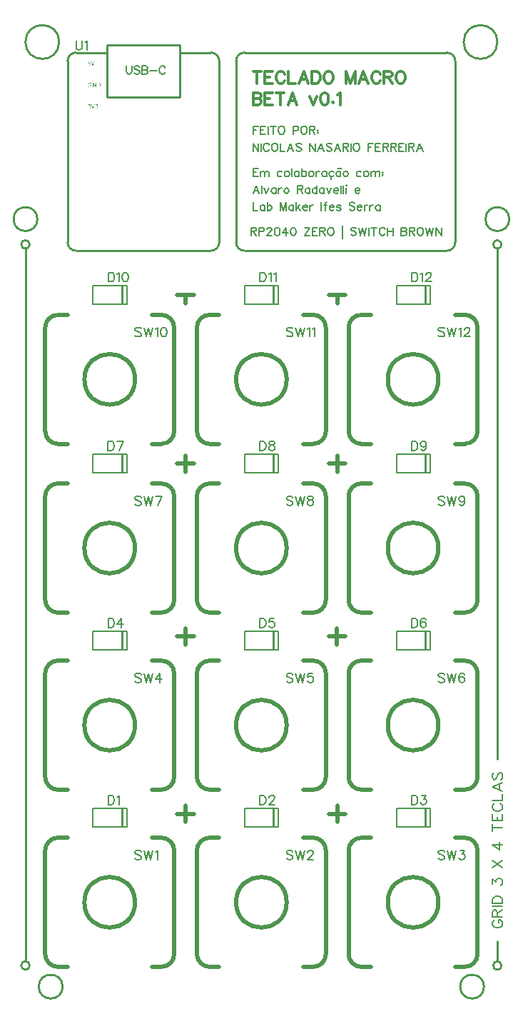
<source format=gto>
G04 Layer: TopSilkscreenLayer*
G04 EasyEDA v6.5.51, 2025-09-01 10:00:17*
G04 d25c321112d94009bea4b7554ae9d0e3,3c8b1c4139ec4bbbaae9228842dbec63,10*
G04 Gerber Generator version 0.2*
G04 Scale: 100 percent, Rotated: No, Reflected: No *
G04 Dimensions in millimeters *
G04 leading zeros omitted , absolute positions ,4 integer and 5 decimal *
%FSLAX45Y45*%
%MOMM*%

%ADD10C,0.2032*%
%ADD11C,0.3000*%
%ADD12C,0.2000*%
%ADD13C,0.1524*%
%ADD14C,0.2540*%
%ADD15C,0.5000*%
%ADD16C,0.0155*%

%LPD*%
G36*
X947724Y-627989D02*
G01*
X945946Y-653897D01*
X949502Y-656183D01*
X951687Y-654710D01*
X953922Y-653694D01*
X956259Y-653084D01*
X958900Y-652881D01*
X963726Y-653745D01*
X967536Y-656336D01*
X969975Y-660501D01*
X970838Y-666089D01*
X969822Y-671779D01*
X967181Y-676097D01*
X963320Y-678840D01*
X958646Y-679805D01*
X953973Y-679297D01*
X950214Y-677875D01*
X947166Y-675843D01*
X944676Y-673455D01*
X941374Y-677519D01*
X944473Y-680161D01*
X948334Y-682548D01*
X953160Y-684225D01*
X959154Y-684885D01*
X965809Y-683615D01*
X971600Y-679907D01*
X975614Y-673963D01*
X977188Y-665835D01*
X975817Y-657809D01*
X972210Y-652272D01*
X966876Y-649071D01*
X960424Y-648055D01*
X957935Y-648208D01*
X955700Y-648614D01*
X953668Y-649325D01*
X951788Y-650341D01*
X953312Y-633323D01*
X974394Y-633323D01*
X974394Y-627989D01*
G37*
G36*
X981252Y-627989D02*
G01*
X999286Y-683869D01*
X1006398Y-683869D01*
X1024178Y-627989D01*
X1017828Y-627989D01*
X1003096Y-677265D01*
X1002842Y-677265D01*
X987856Y-627989D01*
G37*
G36*
X969060Y-880973D02*
G01*
X963726Y-881481D01*
X958900Y-883005D01*
X954633Y-885444D01*
X950925Y-888796D01*
X947978Y-892962D01*
X945743Y-897890D01*
X944371Y-903579D01*
X943914Y-909929D01*
X944371Y-916330D01*
X945692Y-922070D01*
X947877Y-926998D01*
X950823Y-931164D01*
X954430Y-934466D01*
X958697Y-936904D01*
X963472Y-938377D01*
X968806Y-938885D01*
X974039Y-938377D01*
X978712Y-937056D01*
X982675Y-935024D01*
X985824Y-932535D01*
X985824Y-909421D01*
X967790Y-909421D01*
X967790Y-914501D01*
X979982Y-914501D01*
X979982Y-929741D01*
X977900Y-931265D01*
X975309Y-932383D01*
X972362Y-933043D01*
X969314Y-933297D01*
X961186Y-931621D01*
X955192Y-926947D01*
X951484Y-919581D01*
X950264Y-909929D01*
X951585Y-900176D01*
X955395Y-892810D01*
X961390Y-888187D01*
X969314Y-886561D01*
X973277Y-887018D01*
X976528Y-888187D01*
X979220Y-889863D01*
X981506Y-891895D01*
X985062Y-887831D01*
X982268Y-885342D01*
X978763Y-883158D01*
X974394Y-881583D01*
G37*
G36*
X999286Y-881989D02*
G01*
X999286Y-937869D01*
X1005128Y-937869D01*
X1005027Y-903071D01*
X1004366Y-890371D01*
X1004874Y-890371D01*
X1010970Y-901801D01*
X1031798Y-937869D01*
X1038402Y-937869D01*
X1038402Y-881989D01*
X1032306Y-881989D01*
X1032357Y-916635D01*
X1033322Y-929741D01*
X1032814Y-929741D01*
X1026718Y-918311D01*
X1005636Y-881989D01*
G37*
G36*
X1053896Y-881989D02*
G01*
X1053896Y-887323D01*
X1067104Y-887323D01*
X1071880Y-887679D01*
X1075994Y-888796D01*
X1079449Y-890625D01*
X1082243Y-893165D01*
X1084427Y-896366D01*
X1085951Y-900176D01*
X1086866Y-904646D01*
X1087170Y-909675D01*
X1086866Y-914755D01*
X1085951Y-919276D01*
X1084427Y-923239D01*
X1082243Y-926541D01*
X1079449Y-929233D01*
X1075994Y-931164D01*
X1071880Y-932383D01*
X1067104Y-932789D01*
X1060246Y-932789D01*
X1060246Y-887323D01*
X1053896Y-887323D01*
X1053896Y-937869D01*
X1067866Y-937869D01*
X1073861Y-937361D01*
X1079093Y-935939D01*
X1083513Y-933551D01*
X1087170Y-930351D01*
X1090066Y-926287D01*
X1092098Y-921461D01*
X1093317Y-915924D01*
X1093774Y-909675D01*
X1093317Y-903427D01*
X1092098Y-897940D01*
X1090015Y-893216D01*
X1087170Y-889253D01*
X1083462Y-886104D01*
X1078992Y-883869D01*
X1073658Y-882446D01*
X1067612Y-881989D01*
G37*
G36*
X959154Y-1134973D02*
G01*
X954633Y-1135481D01*
X950518Y-1136954D01*
X946861Y-1139037D01*
X943660Y-1141577D01*
X947216Y-1145641D01*
X949655Y-1143508D01*
X952449Y-1141780D01*
X955548Y-1140612D01*
X958900Y-1140053D01*
X962964Y-1140815D01*
X966012Y-1142746D01*
X967892Y-1145641D01*
X968552Y-1149451D01*
X967740Y-1153718D01*
X965047Y-1157173D01*
X960170Y-1159510D01*
X952804Y-1160373D01*
X952804Y-1165199D01*
X961034Y-1166063D01*
X966520Y-1168450D01*
X969619Y-1172159D01*
X970584Y-1176883D01*
X969721Y-1181354D01*
X967282Y-1184808D01*
X963625Y-1187043D01*
X958900Y-1187805D01*
X954328Y-1187246D01*
X950569Y-1185722D01*
X947470Y-1183640D01*
X944930Y-1181201D01*
X941628Y-1185265D01*
X944626Y-1188059D01*
X948486Y-1190498D01*
X953363Y-1192225D01*
X959408Y-1192885D01*
X966216Y-1191768D01*
X971753Y-1188618D01*
X975512Y-1183538D01*
X976934Y-1176883D01*
X975969Y-1171651D01*
X973429Y-1167485D01*
X969619Y-1164437D01*
X964996Y-1162659D01*
X964996Y-1162405D01*
X969010Y-1160424D01*
X972108Y-1157478D01*
X974140Y-1153668D01*
X974902Y-1148943D01*
X973734Y-1143000D01*
X970432Y-1138631D01*
X965453Y-1135888D01*
G37*
G36*
X1044244Y-1134973D02*
G01*
X1039571Y-1135481D01*
X1035507Y-1136954D01*
X1031951Y-1139037D01*
X1028750Y-1141577D01*
X1032052Y-1145641D01*
X1034643Y-1143508D01*
X1037539Y-1141780D01*
X1040637Y-1140612D01*
X1043990Y-1140053D01*
X1047953Y-1140815D01*
X1051001Y-1142746D01*
X1052931Y-1145641D01*
X1053642Y-1149451D01*
X1052830Y-1153718D01*
X1050137Y-1157173D01*
X1045260Y-1159510D01*
X1037894Y-1160373D01*
X1037894Y-1165199D01*
X1046124Y-1166063D01*
X1051610Y-1168450D01*
X1054709Y-1172159D01*
X1055674Y-1176883D01*
X1054811Y-1181354D01*
X1052372Y-1184808D01*
X1048715Y-1187043D01*
X1043990Y-1187805D01*
X1039418Y-1187246D01*
X1035608Y-1185722D01*
X1032459Y-1183640D01*
X1029766Y-1181201D01*
X1026718Y-1185265D01*
X1029716Y-1188059D01*
X1033576Y-1190498D01*
X1038352Y-1192225D01*
X1044244Y-1192885D01*
X1051153Y-1191768D01*
X1056690Y-1188618D01*
X1060399Y-1183538D01*
X1061770Y-1176883D01*
X1060805Y-1171651D01*
X1058316Y-1167485D01*
X1054557Y-1164437D01*
X1050086Y-1162659D01*
X1050086Y-1162405D01*
X1054100Y-1160424D01*
X1057198Y-1157478D01*
X1059230Y-1153668D01*
X1059992Y-1148943D01*
X1058824Y-1143000D01*
X1055522Y-1138631D01*
X1050544Y-1135888D01*
G37*
G36*
X981252Y-1135989D02*
G01*
X999286Y-1191869D01*
X1006398Y-1191869D01*
X1024178Y-1135989D01*
X1017828Y-1135989D01*
X1003096Y-1185265D01*
X1002842Y-1185265D01*
X987856Y-1135989D01*
G37*
D10*
X5768187Y-10811306D02*
G01*
X5756503Y-10817402D01*
X5744565Y-10829086D01*
X5738723Y-10841024D01*
X5738723Y-10864646D01*
X5744565Y-10876330D01*
X5756503Y-10888268D01*
X5768187Y-10894110D01*
X5785967Y-10899952D01*
X5815431Y-10899952D01*
X5833211Y-10894110D01*
X5845149Y-10888268D01*
X5856833Y-10876330D01*
X5862675Y-10864646D01*
X5862675Y-10841024D01*
X5856833Y-10829086D01*
X5845149Y-10817402D01*
X5833211Y-10811306D01*
X5815431Y-10811306D01*
X5815431Y-10841024D02*
G01*
X5815431Y-10811306D01*
X5738723Y-10772444D02*
G01*
X5862675Y-10772444D01*
X5738723Y-10772444D02*
G01*
X5738723Y-10719104D01*
X5744565Y-10701578D01*
X5750407Y-10695482D01*
X5762345Y-10689640D01*
X5774283Y-10689640D01*
X5785967Y-10695482D01*
X5791809Y-10701578D01*
X5797905Y-10719104D01*
X5797905Y-10772444D01*
X5797905Y-10731042D02*
G01*
X5862675Y-10689640D01*
X5738723Y-10650524D02*
G01*
X5862675Y-10650524D01*
X5738723Y-10611662D02*
G01*
X5862675Y-10611662D01*
X5738723Y-10611662D02*
G01*
X5738723Y-10570260D01*
X5744565Y-10552480D01*
X5756503Y-10540796D01*
X5768187Y-10534700D01*
X5785967Y-10528858D01*
X5815431Y-10528858D01*
X5833211Y-10534700D01*
X5845149Y-10540796D01*
X5856833Y-10552480D01*
X5862675Y-10570260D01*
X5862675Y-10611662D01*
X5738723Y-10387126D02*
G01*
X5738723Y-10322102D01*
X5785967Y-10357662D01*
X5785967Y-10339882D01*
X5791809Y-10327944D01*
X5797905Y-10322102D01*
X5815431Y-10316260D01*
X5827369Y-10316260D01*
X5845149Y-10322102D01*
X5856833Y-10334040D01*
X5862675Y-10351566D01*
X5862675Y-10369346D01*
X5856833Y-10387126D01*
X5850991Y-10392968D01*
X5839053Y-10398810D01*
X5738723Y-10186212D02*
G01*
X5862675Y-10103408D01*
X5738723Y-10103408D02*
G01*
X5862675Y-10186212D01*
X5738723Y-9914432D02*
G01*
X5821527Y-9973360D01*
X5821527Y-9884714D01*
X5738723Y-9914432D02*
G01*
X5862675Y-9914432D01*
X5738723Y-9713518D02*
G01*
X5862675Y-9713518D01*
X5738723Y-9754920D02*
G01*
X5738723Y-9672116D01*
X5738723Y-9633000D02*
G01*
X5862675Y-9633000D01*
X5738723Y-9633000D02*
G01*
X5738723Y-9556292D01*
X5797905Y-9633000D02*
G01*
X5797905Y-9585756D01*
X5862675Y-9633000D02*
G01*
X5862675Y-9556292D01*
X5768187Y-9428530D02*
G01*
X5756503Y-9434626D01*
X5744565Y-9446310D01*
X5738723Y-9458248D01*
X5738723Y-9481870D01*
X5744565Y-9493554D01*
X5756503Y-9505492D01*
X5768187Y-9511334D01*
X5785967Y-9517176D01*
X5815431Y-9517176D01*
X5833211Y-9511334D01*
X5845149Y-9505492D01*
X5856833Y-9493554D01*
X5862675Y-9481870D01*
X5862675Y-9458248D01*
X5856833Y-9446310D01*
X5845149Y-9434626D01*
X5833211Y-9428530D01*
X5738723Y-9389668D02*
G01*
X5862675Y-9389668D01*
X5862675Y-9389668D02*
G01*
X5862675Y-9318802D01*
X5738723Y-9232442D02*
G01*
X5862675Y-9279686D01*
X5738723Y-9232442D02*
G01*
X5862675Y-9185198D01*
X5821527Y-9261906D02*
G01*
X5821527Y-9202978D01*
X5756503Y-9063532D02*
G01*
X5744565Y-9075216D01*
X5738723Y-9092996D01*
X5738723Y-9116618D01*
X5744565Y-9134398D01*
X5756503Y-9146082D01*
X5768187Y-9146082D01*
X5780125Y-9140240D01*
X5785967Y-9134398D01*
X5791809Y-9122460D01*
X5803747Y-9087154D01*
X5809589Y-9075216D01*
X5815431Y-9069374D01*
X5827369Y-9063532D01*
X5845149Y-9063532D01*
X5856833Y-9075216D01*
X5862675Y-9092996D01*
X5862675Y-9116618D01*
X5856833Y-9134398D01*
X5845149Y-9146082D01*
D11*
X2947670Y-748537D02*
G01*
X2947670Y-891794D01*
X2899918Y-748537D02*
G01*
X2995422Y-748537D01*
X3040379Y-748537D02*
G01*
X3040379Y-891794D01*
X3040379Y-748537D02*
G01*
X3129025Y-748537D01*
X3040379Y-816863D02*
G01*
X3094990Y-816863D01*
X3040379Y-891794D02*
G01*
X3129025Y-891794D01*
X3276345Y-782828D02*
G01*
X3269488Y-769112D01*
X3256025Y-755395D01*
X3242309Y-748537D01*
X3214877Y-748537D01*
X3201415Y-755395D01*
X3187700Y-769112D01*
X3180841Y-782828D01*
X3173984Y-803147D01*
X3173984Y-837184D01*
X3180841Y-857757D01*
X3187700Y-871473D01*
X3201415Y-884936D01*
X3214877Y-891794D01*
X3242309Y-891794D01*
X3256025Y-884936D01*
X3269488Y-871473D01*
X3276345Y-857757D01*
X3321304Y-748537D02*
G01*
X3321304Y-891794D01*
X3321304Y-891794D02*
G01*
X3403091Y-891794D01*
X3502659Y-748537D02*
G01*
X3448050Y-891794D01*
X3502659Y-748537D02*
G01*
X3557270Y-891794D01*
X3468624Y-844042D02*
G01*
X3536695Y-844042D01*
X3602227Y-748537D02*
G01*
X3602227Y-891794D01*
X3602227Y-748537D02*
G01*
X3649979Y-748537D01*
X3670554Y-755395D01*
X3684015Y-769112D01*
X3690874Y-782828D01*
X3697731Y-803147D01*
X3697731Y-837184D01*
X3690874Y-857757D01*
X3684015Y-871473D01*
X3670554Y-884936D01*
X3649979Y-891794D01*
X3602227Y-891794D01*
X3783584Y-748537D02*
G01*
X3769868Y-755395D01*
X3756406Y-769112D01*
X3749547Y-782828D01*
X3742690Y-803147D01*
X3742690Y-837184D01*
X3749547Y-857757D01*
X3756406Y-871473D01*
X3769868Y-884936D01*
X3783584Y-891794D01*
X3811015Y-891794D01*
X3824477Y-884936D01*
X3838193Y-871473D01*
X3845052Y-857757D01*
X3851909Y-837184D01*
X3851909Y-803147D01*
X3845052Y-782828D01*
X3838193Y-769112D01*
X3824477Y-755395D01*
X3811015Y-748537D01*
X3783584Y-748537D01*
X4001770Y-748537D02*
G01*
X4001770Y-891794D01*
X4001770Y-748537D02*
G01*
X4056379Y-891794D01*
X4110990Y-748537D02*
G01*
X4056379Y-891794D01*
X4110990Y-748537D02*
G01*
X4110990Y-891794D01*
X4210558Y-748537D02*
G01*
X4155947Y-891794D01*
X4210558Y-748537D02*
G01*
X4264913Y-891794D01*
X4176268Y-844042D02*
G01*
X4244593Y-844042D01*
X4412234Y-782828D02*
G01*
X4405375Y-769112D01*
X4391913Y-755395D01*
X4378197Y-748537D01*
X4351020Y-748537D01*
X4337304Y-755395D01*
X4323588Y-769112D01*
X4316729Y-782828D01*
X4309872Y-803147D01*
X4309872Y-837184D01*
X4316729Y-857757D01*
X4323588Y-871473D01*
X4337304Y-884936D01*
X4351020Y-891794D01*
X4378197Y-891794D01*
X4391913Y-884936D01*
X4405375Y-871473D01*
X4412234Y-857757D01*
X4457191Y-748537D02*
G01*
X4457191Y-891794D01*
X4457191Y-748537D02*
G01*
X4518659Y-748537D01*
X4538979Y-755395D01*
X4545838Y-762254D01*
X4552695Y-775970D01*
X4552695Y-789431D01*
X4545838Y-803147D01*
X4538979Y-810005D01*
X4518659Y-816863D01*
X4457191Y-816863D01*
X4504943Y-816863D02*
G01*
X4552695Y-891794D01*
X4638547Y-748537D02*
G01*
X4625086Y-755395D01*
X4611370Y-769112D01*
X4604511Y-782828D01*
X4597654Y-803147D01*
X4597654Y-837184D01*
X4604511Y-857757D01*
X4611370Y-871473D01*
X4625086Y-884936D01*
X4638547Y-891794D01*
X4665979Y-891794D01*
X4679441Y-884936D01*
X4693158Y-871473D01*
X4700015Y-857757D01*
X4706874Y-837184D01*
X4706874Y-803147D01*
X4700015Y-782828D01*
X4693158Y-769112D01*
X4679441Y-755395D01*
X4665979Y-748537D01*
X4638547Y-748537D01*
X2899918Y-1000252D02*
G01*
X2899918Y-1143507D01*
X2899918Y-1000252D02*
G01*
X2961386Y-1000252D01*
X2981706Y-1007110D01*
X2988563Y-1013968D01*
X2995422Y-1027429D01*
X2995422Y-1041145D01*
X2988563Y-1054862D01*
X2981706Y-1061720D01*
X2961386Y-1068323D01*
X2899918Y-1068323D02*
G01*
X2961386Y-1068323D01*
X2981706Y-1075181D01*
X2988563Y-1082039D01*
X2995422Y-1095755D01*
X2995422Y-1116076D01*
X2988563Y-1129792D01*
X2981706Y-1136650D01*
X2961386Y-1143507D01*
X2899918Y-1143507D01*
X3040379Y-1000252D02*
G01*
X3040379Y-1143507D01*
X3040379Y-1000252D02*
G01*
X3129025Y-1000252D01*
X3040379Y-1068323D02*
G01*
X3094990Y-1068323D01*
X3040379Y-1143507D02*
G01*
X3129025Y-1143507D01*
X3221736Y-1000252D02*
G01*
X3221736Y-1143507D01*
X3173984Y-1000252D02*
G01*
X3269488Y-1000252D01*
X3369056Y-1000252D02*
G01*
X3314445Y-1143507D01*
X3369056Y-1000252D02*
G01*
X3423665Y-1143507D01*
X3335020Y-1095755D02*
G01*
X3403091Y-1095755D01*
X3573525Y-1048004D02*
G01*
X3614420Y-1143507D01*
X3655568Y-1048004D02*
G01*
X3614420Y-1143507D01*
X3741420Y-1000252D02*
G01*
X3720845Y-1007110D01*
X3707384Y-1027429D01*
X3700525Y-1061720D01*
X3700525Y-1082039D01*
X3707384Y-1116076D01*
X3720845Y-1136650D01*
X3741420Y-1143507D01*
X3754881Y-1143507D01*
X3775456Y-1136650D01*
X3789172Y-1116076D01*
X3795775Y-1082039D01*
X3795775Y-1061720D01*
X3789172Y-1027429D01*
X3775456Y-1007110D01*
X3754881Y-1000252D01*
X3741420Y-1000252D01*
X3847845Y-1109218D02*
G01*
X3840988Y-1116076D01*
X3847845Y-1122934D01*
X3854450Y-1116076D01*
X3847845Y-1109218D01*
X3899661Y-1027429D02*
G01*
X3913124Y-1020571D01*
X3933697Y-1000252D01*
X3933697Y-1143507D01*
D12*
X2899918Y-1399031D02*
G01*
X2899918Y-1494536D01*
X2899918Y-1399031D02*
G01*
X2959100Y-1399031D01*
X2899918Y-1444497D02*
G01*
X2936240Y-1444497D01*
X2989072Y-1399031D02*
G01*
X2989072Y-1494536D01*
X2989072Y-1399031D02*
G01*
X3048254Y-1399031D01*
X2989072Y-1444497D02*
G01*
X3025393Y-1444497D01*
X2989072Y-1494536D02*
G01*
X3048254Y-1494536D01*
X3078225Y-1399031D02*
G01*
X3078225Y-1494536D01*
X3139947Y-1399031D02*
G01*
X3139947Y-1494536D01*
X3108197Y-1399031D02*
G01*
X3171697Y-1399031D01*
X3229102Y-1399031D02*
G01*
X3219958Y-1403604D01*
X3210813Y-1412747D01*
X3206241Y-1421892D01*
X3201924Y-1435354D01*
X3201924Y-1458213D01*
X3206241Y-1471929D01*
X3210813Y-1480820D01*
X3219958Y-1489963D01*
X3229102Y-1494536D01*
X3247390Y-1494536D01*
X3256279Y-1489963D01*
X3265424Y-1480820D01*
X3269995Y-1471929D01*
X3274568Y-1458213D01*
X3274568Y-1435354D01*
X3269995Y-1421892D01*
X3265424Y-1412747D01*
X3256279Y-1403604D01*
X3247390Y-1399031D01*
X3229102Y-1399031D01*
X3374643Y-1399031D02*
G01*
X3374643Y-1494536D01*
X3374643Y-1399031D02*
G01*
X3415538Y-1399031D01*
X3429000Y-1403604D01*
X3433572Y-1408176D01*
X3438143Y-1417320D01*
X3438143Y-1430781D01*
X3433572Y-1439926D01*
X3429000Y-1444497D01*
X3415538Y-1449070D01*
X3374643Y-1449070D01*
X3495547Y-1399031D02*
G01*
X3486404Y-1403604D01*
X3477259Y-1412747D01*
X3472688Y-1421892D01*
X3468115Y-1435354D01*
X3468115Y-1458213D01*
X3472688Y-1471929D01*
X3477259Y-1480820D01*
X3486404Y-1489963D01*
X3495547Y-1494536D01*
X3513581Y-1494536D01*
X3522725Y-1489963D01*
X3531870Y-1480820D01*
X3536441Y-1471929D01*
X3541013Y-1458213D01*
X3541013Y-1435354D01*
X3536441Y-1421892D01*
X3531870Y-1412747D01*
X3522725Y-1403604D01*
X3513581Y-1399031D01*
X3495547Y-1399031D01*
X3570986Y-1399031D02*
G01*
X3570986Y-1494536D01*
X3570986Y-1399031D02*
G01*
X3611879Y-1399031D01*
X3625341Y-1403604D01*
X3629913Y-1408176D01*
X3634486Y-1417320D01*
X3634486Y-1426463D01*
X3629913Y-1435354D01*
X3625341Y-1439926D01*
X3611879Y-1444497D01*
X3570986Y-1444497D01*
X3602736Y-1444497D02*
G01*
X3634486Y-1494536D01*
X3669029Y-1439926D02*
G01*
X3664458Y-1444497D01*
X3669029Y-1449070D01*
X3673602Y-1444497D01*
X3669029Y-1439926D01*
X3669029Y-1471929D02*
G01*
X3664458Y-1476247D01*
X3669029Y-1480820D01*
X3673602Y-1476247D01*
X3669029Y-1471929D01*
X2899918Y-1600707D02*
G01*
X2899918Y-1696212D01*
X2899918Y-1600707D02*
G01*
X2963672Y-1696212D01*
X2963672Y-1600707D02*
G01*
X2963672Y-1696212D01*
X2993643Y-1600707D02*
G01*
X2993643Y-1696212D01*
X3091688Y-1623313D02*
G01*
X3087370Y-1614423D01*
X3078225Y-1605279D01*
X3069081Y-1600707D01*
X3050793Y-1600707D01*
X3041904Y-1605279D01*
X3032759Y-1614423D01*
X3028188Y-1623313D01*
X3023615Y-1637029D01*
X3023615Y-1659889D01*
X3028188Y-1673352D01*
X3032759Y-1682495D01*
X3041904Y-1691639D01*
X3050793Y-1696212D01*
X3069081Y-1696212D01*
X3078225Y-1691639D01*
X3087370Y-1682495D01*
X3091688Y-1673352D01*
X3149091Y-1600707D02*
G01*
X3139947Y-1605279D01*
X3130804Y-1614423D01*
X3126231Y-1623313D01*
X3121913Y-1637029D01*
X3121913Y-1659889D01*
X3126231Y-1673352D01*
X3130804Y-1682495D01*
X3139947Y-1691639D01*
X3149091Y-1696212D01*
X3167379Y-1696212D01*
X3176270Y-1691639D01*
X3185413Y-1682495D01*
X3189986Y-1673352D01*
X3194558Y-1659889D01*
X3194558Y-1637029D01*
X3189986Y-1623313D01*
X3185413Y-1614423D01*
X3176270Y-1605279D01*
X3167379Y-1600707D01*
X3149091Y-1600707D01*
X3224529Y-1600707D02*
G01*
X3224529Y-1696212D01*
X3224529Y-1696212D02*
G01*
X3279140Y-1696212D01*
X3345434Y-1600707D02*
G01*
X3309111Y-1696212D01*
X3345434Y-1600707D02*
G01*
X3381756Y-1696212D01*
X3322827Y-1664207D02*
G01*
X3368293Y-1664207D01*
X3475481Y-1614423D02*
G01*
X3466338Y-1605279D01*
X3452622Y-1600707D01*
X3434588Y-1600707D01*
X3420872Y-1605279D01*
X3411727Y-1614423D01*
X3411727Y-1623313D01*
X3416300Y-1632457D01*
X3420872Y-1637029D01*
X3430015Y-1641602D01*
X3457193Y-1650745D01*
X3466338Y-1655318D01*
X3470909Y-1659889D01*
X3475481Y-1668779D01*
X3475481Y-1682495D01*
X3466338Y-1691639D01*
X3452622Y-1696212D01*
X3434588Y-1696212D01*
X3420872Y-1691639D01*
X3411727Y-1682495D01*
X3575558Y-1600707D02*
G01*
X3575558Y-1696212D01*
X3575558Y-1600707D02*
G01*
X3639058Y-1696212D01*
X3639058Y-1600707D02*
G01*
X3639058Y-1696212D01*
X3705352Y-1600707D02*
G01*
X3669029Y-1696212D01*
X3705352Y-1600707D02*
G01*
X3741927Y-1696212D01*
X3682745Y-1664207D02*
G01*
X3728211Y-1664207D01*
X3835400Y-1614423D02*
G01*
X3826256Y-1605279D01*
X3812793Y-1600707D01*
X3794506Y-1600707D01*
X3780790Y-1605279D01*
X3771900Y-1614423D01*
X3771900Y-1623313D01*
X3776472Y-1632457D01*
X3780790Y-1637029D01*
X3789934Y-1641602D01*
X3817365Y-1650745D01*
X3826256Y-1655318D01*
X3830827Y-1659889D01*
X3835400Y-1668779D01*
X3835400Y-1682495D01*
X3826256Y-1691639D01*
X3812793Y-1696212D01*
X3794506Y-1696212D01*
X3780790Y-1691639D01*
X3771900Y-1682495D01*
X3901693Y-1600707D02*
G01*
X3865372Y-1696212D01*
X3901693Y-1600707D02*
G01*
X3938270Y-1696212D01*
X3879088Y-1664207D02*
G01*
X3924554Y-1664207D01*
X3968241Y-1600707D02*
G01*
X3968241Y-1696212D01*
X3968241Y-1600707D02*
G01*
X4009136Y-1600707D01*
X4022597Y-1605279D01*
X4027170Y-1609852D01*
X4031741Y-1618995D01*
X4031741Y-1627886D01*
X4027170Y-1637029D01*
X4022597Y-1641602D01*
X4009136Y-1646173D01*
X3968241Y-1646173D01*
X3999991Y-1646173D02*
G01*
X4031741Y-1696212D01*
X4061713Y-1600707D02*
G01*
X4061713Y-1696212D01*
X4119118Y-1600707D02*
G01*
X4109974Y-1605279D01*
X4100829Y-1614423D01*
X4096258Y-1623313D01*
X4091686Y-1637029D01*
X4091686Y-1659889D01*
X4096258Y-1673352D01*
X4100829Y-1682495D01*
X4109974Y-1691639D01*
X4119118Y-1696212D01*
X4137152Y-1696212D01*
X4146295Y-1691639D01*
X4155440Y-1682495D01*
X4160011Y-1673352D01*
X4164584Y-1659889D01*
X4164584Y-1637029D01*
X4160011Y-1623313D01*
X4155440Y-1614423D01*
X4146295Y-1605279D01*
X4137152Y-1600707D01*
X4119118Y-1600707D01*
X4264659Y-1600707D02*
G01*
X4264659Y-1696212D01*
X4264659Y-1600707D02*
G01*
X4323588Y-1600707D01*
X4264659Y-1646173D02*
G01*
X4300981Y-1646173D01*
X4353559Y-1600707D02*
G01*
X4353559Y-1696212D01*
X4353559Y-1600707D02*
G01*
X4412741Y-1600707D01*
X4353559Y-1646173D02*
G01*
X4389881Y-1646173D01*
X4353559Y-1696212D02*
G01*
X4412741Y-1696212D01*
X4442713Y-1600707D02*
G01*
X4442713Y-1696212D01*
X4442713Y-1600707D02*
G01*
X4483608Y-1600707D01*
X4497324Y-1605279D01*
X4501895Y-1609852D01*
X4506468Y-1618995D01*
X4506468Y-1627886D01*
X4501895Y-1637029D01*
X4497324Y-1641602D01*
X4483608Y-1646173D01*
X4442713Y-1646173D01*
X4474463Y-1646173D02*
G01*
X4506468Y-1696212D01*
X4536440Y-1600707D02*
G01*
X4536440Y-1696212D01*
X4536440Y-1600707D02*
G01*
X4577334Y-1600707D01*
X4590795Y-1605279D01*
X4595368Y-1609852D01*
X4599940Y-1618995D01*
X4599940Y-1627886D01*
X4595368Y-1637029D01*
X4590795Y-1641602D01*
X4577334Y-1646173D01*
X4536440Y-1646173D01*
X4568190Y-1646173D02*
G01*
X4599940Y-1696212D01*
X4629911Y-1600707D02*
G01*
X4629911Y-1696212D01*
X4629911Y-1600707D02*
G01*
X4689093Y-1600707D01*
X4629911Y-1646173D02*
G01*
X4666234Y-1646173D01*
X4629911Y-1696212D02*
G01*
X4689093Y-1696212D01*
X4719065Y-1600707D02*
G01*
X4719065Y-1696212D01*
X4749038Y-1600707D02*
G01*
X4749038Y-1696212D01*
X4749038Y-1600707D02*
G01*
X4789931Y-1600707D01*
X4803647Y-1605279D01*
X4808220Y-1609852D01*
X4812791Y-1618995D01*
X4812791Y-1627886D01*
X4808220Y-1637029D01*
X4803647Y-1641602D01*
X4789931Y-1646173D01*
X4749038Y-1646173D01*
X4780788Y-1646173D02*
G01*
X4812791Y-1696212D01*
X4879086Y-1600707D02*
G01*
X4842763Y-1696212D01*
X4879086Y-1600707D02*
G01*
X4915408Y-1696212D01*
X4856479Y-1664207D02*
G01*
X4901691Y-1664207D01*
X2899918Y-1899081D02*
G01*
X2899918Y-1994585D01*
X2899918Y-1899081D02*
G01*
X2959100Y-1899081D01*
X2899918Y-1944547D02*
G01*
X2936240Y-1944547D01*
X2899918Y-1994585D02*
G01*
X2959100Y-1994585D01*
X2989072Y-1930831D02*
G01*
X2989072Y-1994585D01*
X2989072Y-1949119D02*
G01*
X3002788Y-1935403D01*
X3011931Y-1930831D01*
X3025393Y-1930831D01*
X3034538Y-1935403D01*
X3039109Y-1949119D01*
X3039109Y-1994585D01*
X3039109Y-1949119D02*
G01*
X3052825Y-1935403D01*
X3061715Y-1930831D01*
X3075431Y-1930831D01*
X3084575Y-1935403D01*
X3089147Y-1949119D01*
X3089147Y-1994585D01*
X3243579Y-1944547D02*
G01*
X3234436Y-1935403D01*
X3225545Y-1930831D01*
X3211829Y-1930831D01*
X3202686Y-1935403D01*
X3193541Y-1944547D01*
X3188970Y-1958263D01*
X3188970Y-1967153D01*
X3193541Y-1980869D01*
X3202686Y-1990013D01*
X3211829Y-1994585D01*
X3225545Y-1994585D01*
X3234436Y-1990013D01*
X3243579Y-1980869D01*
X3296411Y-1930831D02*
G01*
X3287268Y-1935403D01*
X3278124Y-1944547D01*
X3273552Y-1958263D01*
X3273552Y-1967153D01*
X3278124Y-1980869D01*
X3287268Y-1990013D01*
X3296411Y-1994585D01*
X3309874Y-1994585D01*
X3319018Y-1990013D01*
X3328161Y-1980869D01*
X3332734Y-1967153D01*
X3332734Y-1958263D01*
X3328161Y-1944547D01*
X3319018Y-1935403D01*
X3309874Y-1930831D01*
X3296411Y-1930831D01*
X3362706Y-1899081D02*
G01*
X3362706Y-1994585D01*
X3447288Y-1930831D02*
G01*
X3447288Y-1994585D01*
X3447288Y-1944547D02*
G01*
X3438143Y-1935403D01*
X3429000Y-1930831D01*
X3415538Y-1930831D01*
X3406393Y-1935403D01*
X3397250Y-1944547D01*
X3392677Y-1958263D01*
X3392677Y-1967153D01*
X3397250Y-1980869D01*
X3406393Y-1990013D01*
X3415538Y-1994585D01*
X3429000Y-1994585D01*
X3438143Y-1990013D01*
X3447288Y-1980869D01*
X3477259Y-1899081D02*
G01*
X3477259Y-1994585D01*
X3477259Y-1944547D02*
G01*
X3486404Y-1935403D01*
X3495547Y-1930831D01*
X3509009Y-1930831D01*
X3518154Y-1935403D01*
X3527297Y-1944547D01*
X3531870Y-1958263D01*
X3531870Y-1967153D01*
X3527297Y-1980869D01*
X3518154Y-1990013D01*
X3509009Y-1994585D01*
X3495547Y-1994585D01*
X3486404Y-1990013D01*
X3477259Y-1980869D01*
X3584447Y-1930831D02*
G01*
X3575558Y-1935403D01*
X3566413Y-1944547D01*
X3561841Y-1958263D01*
X3561841Y-1967153D01*
X3566413Y-1980869D01*
X3575558Y-1990013D01*
X3584447Y-1994585D01*
X3598163Y-1994585D01*
X3607308Y-1990013D01*
X3616452Y-1980869D01*
X3621024Y-1967153D01*
X3621024Y-1958263D01*
X3616452Y-1944547D01*
X3607308Y-1935403D01*
X3598163Y-1930831D01*
X3584447Y-1930831D01*
X3650995Y-1930831D02*
G01*
X3650995Y-1994585D01*
X3650995Y-1958263D02*
G01*
X3655568Y-1944547D01*
X3664458Y-1935403D01*
X3673602Y-1930831D01*
X3687318Y-1930831D01*
X3771900Y-1930831D02*
G01*
X3771900Y-1994585D01*
X3771900Y-1944547D02*
G01*
X3762756Y-1935403D01*
X3753611Y-1930831D01*
X3739895Y-1930831D01*
X3731006Y-1935403D01*
X3721861Y-1944547D01*
X3717290Y-1958263D01*
X3717290Y-1967153D01*
X3721861Y-1980869D01*
X3731006Y-1990013D01*
X3739895Y-1994585D01*
X3753611Y-1994585D01*
X3762756Y-1990013D01*
X3771900Y-1980869D01*
X3856481Y-1944547D02*
G01*
X3847338Y-1935403D01*
X3838193Y-1930831D01*
X3824477Y-1930831D01*
X3815334Y-1935403D01*
X3806443Y-1944547D01*
X3801872Y-1958263D01*
X3801872Y-1967153D01*
X3806443Y-1980869D01*
X3815334Y-1990013D01*
X3824477Y-1994585D01*
X3838193Y-1994585D01*
X3847338Y-1990013D01*
X3856481Y-1980869D01*
X3940809Y-1930831D02*
G01*
X3940809Y-1994585D01*
X3940809Y-1944547D02*
G01*
X3931920Y-1935403D01*
X3922775Y-1930831D01*
X3909059Y-1930831D01*
X3899915Y-1935403D01*
X3891025Y-1944547D01*
X3886454Y-1958263D01*
X3886454Y-1967153D01*
X3891025Y-1980869D01*
X3899915Y-1990013D01*
X3909059Y-1994585D01*
X3922775Y-1994585D01*
X3931920Y-1990013D01*
X3940809Y-1980869D01*
X3993641Y-1930831D02*
G01*
X3984497Y-1935403D01*
X3975354Y-1944547D01*
X3970781Y-1958263D01*
X3970781Y-1967153D01*
X3975354Y-1980869D01*
X3984497Y-1990013D01*
X3993641Y-1994585D01*
X4007358Y-1994585D01*
X4016247Y-1990013D01*
X4025391Y-1980869D01*
X4029963Y-1967153D01*
X4029963Y-1958263D01*
X4025391Y-1944547D01*
X4016247Y-1935403D01*
X4007358Y-1930831D01*
X3993641Y-1930831D01*
X4184650Y-1944547D02*
G01*
X4175506Y-1935403D01*
X4166361Y-1930831D01*
X4152645Y-1930831D01*
X4143502Y-1935403D01*
X4134611Y-1944547D01*
X4130040Y-1958263D01*
X4130040Y-1967153D01*
X4134611Y-1980869D01*
X4143502Y-1990013D01*
X4152645Y-1994585D01*
X4166361Y-1994585D01*
X4175506Y-1990013D01*
X4184650Y-1980869D01*
X4237227Y-1930831D02*
G01*
X4228084Y-1935403D01*
X4219193Y-1944547D01*
X4214622Y-1958263D01*
X4214622Y-1967153D01*
X4219193Y-1980869D01*
X4228084Y-1990013D01*
X4237227Y-1994585D01*
X4250943Y-1994585D01*
X4260088Y-1990013D01*
X4268977Y-1980869D01*
X4273550Y-1967153D01*
X4273550Y-1958263D01*
X4268977Y-1944547D01*
X4260088Y-1935403D01*
X4250943Y-1930831D01*
X4237227Y-1930831D01*
X4303522Y-1930831D02*
G01*
X4303522Y-1994585D01*
X4303522Y-1949119D02*
G01*
X4317238Y-1935403D01*
X4326381Y-1930831D01*
X4340097Y-1930831D01*
X4348988Y-1935403D01*
X4353559Y-1949119D01*
X4353559Y-1994585D01*
X4353559Y-1949119D02*
G01*
X4367275Y-1935403D01*
X4376420Y-1930831D01*
X4389881Y-1930831D01*
X4399025Y-1935403D01*
X4403597Y-1949119D01*
X4403597Y-1994585D01*
X4438141Y-1939975D02*
G01*
X4433570Y-1944547D01*
X4438141Y-1949119D01*
X4442713Y-1944547D01*
X4438141Y-1939975D01*
X4438141Y-1971725D02*
G01*
X4433570Y-1976297D01*
X4438141Y-1980869D01*
X4442713Y-1976297D01*
X4438141Y-1971725D01*
X2936240Y-2100757D02*
G01*
X2899918Y-2196261D01*
X2936240Y-2100757D02*
G01*
X2972815Y-2196261D01*
X2913634Y-2164257D02*
G01*
X2959100Y-2164257D01*
X3002788Y-2100757D02*
G01*
X3002788Y-2196261D01*
X3032759Y-2132507D02*
G01*
X3059938Y-2196261D01*
X3087370Y-2132507D02*
G01*
X3059938Y-2196261D01*
X3171697Y-2132507D02*
G01*
X3171697Y-2196261D01*
X3171697Y-2146223D02*
G01*
X3162808Y-2137079D01*
X3153663Y-2132507D01*
X3139947Y-2132507D01*
X3130804Y-2137079D01*
X3121913Y-2146223D01*
X3117341Y-2159685D01*
X3117341Y-2168829D01*
X3121913Y-2182545D01*
X3130804Y-2191689D01*
X3139947Y-2196261D01*
X3153663Y-2196261D01*
X3162808Y-2191689D01*
X3171697Y-2182545D01*
X3201924Y-2132507D02*
G01*
X3201924Y-2196261D01*
X3201924Y-2159685D02*
G01*
X3206241Y-2146223D01*
X3215386Y-2137079D01*
X3224529Y-2132507D01*
X3238245Y-2132507D01*
X3290824Y-2132507D02*
G01*
X3281934Y-2137079D01*
X3272790Y-2146223D01*
X3268218Y-2159685D01*
X3268218Y-2168829D01*
X3272790Y-2182545D01*
X3281934Y-2191689D01*
X3290824Y-2196261D01*
X3304540Y-2196261D01*
X3313684Y-2191689D01*
X3322827Y-2182545D01*
X3327145Y-2168829D01*
X3327145Y-2159685D01*
X3322827Y-2146223D01*
X3313684Y-2137079D01*
X3304540Y-2132507D01*
X3290824Y-2132507D01*
X3427222Y-2100757D02*
G01*
X3427222Y-2196261D01*
X3427222Y-2100757D02*
G01*
X3468115Y-2100757D01*
X3481831Y-2105329D01*
X3486404Y-2109901D01*
X3490975Y-2118791D01*
X3490975Y-2127935D01*
X3486404Y-2137079D01*
X3481831Y-2141651D01*
X3468115Y-2146223D01*
X3427222Y-2146223D01*
X3458972Y-2146223D02*
G01*
X3490975Y-2196261D01*
X3575558Y-2132507D02*
G01*
X3575558Y-2196261D01*
X3575558Y-2146223D02*
G01*
X3566413Y-2137079D01*
X3557270Y-2132507D01*
X3543554Y-2132507D01*
X3534663Y-2137079D01*
X3525520Y-2146223D01*
X3520947Y-2159685D01*
X3520947Y-2168829D01*
X3525520Y-2182545D01*
X3534663Y-2191689D01*
X3543554Y-2196261D01*
X3557270Y-2196261D01*
X3566413Y-2191689D01*
X3575558Y-2182545D01*
X3659886Y-2100757D02*
G01*
X3659886Y-2196261D01*
X3659886Y-2146223D02*
G01*
X3650995Y-2137079D01*
X3641852Y-2132507D01*
X3628136Y-2132507D01*
X3618991Y-2137079D01*
X3610102Y-2146223D01*
X3605529Y-2159685D01*
X3605529Y-2168829D01*
X3610102Y-2182545D01*
X3618991Y-2191689D01*
X3628136Y-2196261D01*
X3641852Y-2196261D01*
X3650995Y-2191689D01*
X3659886Y-2182545D01*
X3744468Y-2132507D02*
G01*
X3744468Y-2196261D01*
X3744468Y-2146223D02*
G01*
X3735324Y-2137079D01*
X3726434Y-2132507D01*
X3712718Y-2132507D01*
X3703574Y-2137079D01*
X3694429Y-2146223D01*
X3690111Y-2159685D01*
X3690111Y-2168829D01*
X3694429Y-2182545D01*
X3703574Y-2191689D01*
X3712718Y-2196261D01*
X3726434Y-2196261D01*
X3735324Y-2191689D01*
X3744468Y-2182545D01*
X3774440Y-2132507D02*
G01*
X3801872Y-2196261D01*
X3829050Y-2132507D02*
G01*
X3801872Y-2196261D01*
X3859022Y-2159685D02*
G01*
X3913631Y-2159685D01*
X3913631Y-2150795D01*
X3909059Y-2141651D01*
X3904488Y-2137079D01*
X3895343Y-2132507D01*
X3881881Y-2132507D01*
X3872738Y-2137079D01*
X3863593Y-2146223D01*
X3859022Y-2159685D01*
X3859022Y-2168829D01*
X3863593Y-2182545D01*
X3872738Y-2191689D01*
X3881881Y-2196261D01*
X3895343Y-2196261D01*
X3904488Y-2191689D01*
X3913631Y-2182545D01*
X3943604Y-2100757D02*
G01*
X3943604Y-2196261D01*
X3973575Y-2100757D02*
G01*
X3973575Y-2196261D01*
X4003547Y-2100757D02*
G01*
X4008120Y-2105329D01*
X4012691Y-2100757D01*
X4008120Y-2096185D01*
X4003547Y-2100757D01*
X4008120Y-2132507D02*
G01*
X4008120Y-2196261D01*
X4112768Y-2159685D02*
G01*
X4167377Y-2159685D01*
X4167377Y-2150795D01*
X4162806Y-2141651D01*
X4158234Y-2137079D01*
X4149090Y-2132507D01*
X4135374Y-2132507D01*
X4126229Y-2137079D01*
X4117340Y-2146223D01*
X4112768Y-2159685D01*
X4112768Y-2168829D01*
X4117340Y-2182545D01*
X4126229Y-2191689D01*
X4135374Y-2196261D01*
X4149090Y-2196261D01*
X4158234Y-2191689D01*
X4167377Y-2182545D01*
X2899918Y-2302179D02*
G01*
X2899918Y-2397683D01*
X2899918Y-2397683D02*
G01*
X2954527Y-2397683D01*
X3039109Y-2334183D02*
G01*
X3039109Y-2397683D01*
X3039109Y-2347645D02*
G01*
X3029965Y-2338755D01*
X3020822Y-2334183D01*
X3007359Y-2334183D01*
X2998215Y-2338755D01*
X2989072Y-2347645D01*
X2984500Y-2361361D01*
X2984500Y-2370505D01*
X2989072Y-2384221D01*
X2998215Y-2393111D01*
X3007359Y-2397683D01*
X3020822Y-2397683D01*
X3029965Y-2393111D01*
X3039109Y-2384221D01*
X3069081Y-2302179D02*
G01*
X3069081Y-2397683D01*
X3069081Y-2347645D02*
G01*
X3078225Y-2338755D01*
X3087370Y-2334183D01*
X3100831Y-2334183D01*
X3109975Y-2338755D01*
X3119120Y-2347645D01*
X3123691Y-2361361D01*
X3123691Y-2370505D01*
X3119120Y-2384221D01*
X3109975Y-2393111D01*
X3100831Y-2397683D01*
X3087370Y-2397683D01*
X3078225Y-2393111D01*
X3069081Y-2384221D01*
X3223513Y-2302179D02*
G01*
X3223513Y-2397683D01*
X3223513Y-2302179D02*
G01*
X3260090Y-2397683D01*
X3296411Y-2302179D02*
G01*
X3260090Y-2397683D01*
X3296411Y-2302179D02*
G01*
X3296411Y-2397683D01*
X3380993Y-2334183D02*
G01*
X3380993Y-2397683D01*
X3380993Y-2347645D02*
G01*
X3371850Y-2338755D01*
X3362706Y-2334183D01*
X3348990Y-2334183D01*
X3340100Y-2338755D01*
X3330956Y-2347645D01*
X3326384Y-2361361D01*
X3326384Y-2370505D01*
X3330956Y-2384221D01*
X3340100Y-2393111D01*
X3348990Y-2397683D01*
X3362706Y-2397683D01*
X3371850Y-2393111D01*
X3380993Y-2384221D01*
X3410965Y-2302179D02*
G01*
X3410965Y-2397683D01*
X3456431Y-2334183D02*
G01*
X3410965Y-2379649D01*
X3429000Y-2361361D02*
G01*
X3461004Y-2397683D01*
X3490975Y-2361361D02*
G01*
X3545331Y-2361361D01*
X3545331Y-2352217D01*
X3541013Y-2343073D01*
X3536441Y-2338755D01*
X3527297Y-2334183D01*
X3513581Y-2334183D01*
X3504438Y-2338755D01*
X3495547Y-2347645D01*
X3490975Y-2361361D01*
X3490975Y-2370505D01*
X3495547Y-2384221D01*
X3504438Y-2393111D01*
X3513581Y-2397683D01*
X3527297Y-2397683D01*
X3536441Y-2393111D01*
X3545331Y-2384221D01*
X3575558Y-2334183D02*
G01*
X3575558Y-2397683D01*
X3575558Y-2361361D02*
G01*
X3579875Y-2347645D01*
X3589020Y-2338755D01*
X3598163Y-2334183D01*
X3611879Y-2334183D01*
X3711702Y-2302179D02*
G01*
X3711702Y-2397683D01*
X3778250Y-2302179D02*
G01*
X3769106Y-2302179D01*
X3759961Y-2306751D01*
X3755390Y-2320467D01*
X3755390Y-2397683D01*
X3741927Y-2334183D02*
G01*
X3773677Y-2334183D01*
X3808222Y-2361361D02*
G01*
X3862831Y-2361361D01*
X3862831Y-2352217D01*
X3858259Y-2343073D01*
X3853688Y-2338755D01*
X3844543Y-2334183D01*
X3830827Y-2334183D01*
X3821684Y-2338755D01*
X3812793Y-2347645D01*
X3808222Y-2361361D01*
X3808222Y-2370505D01*
X3812793Y-2384221D01*
X3821684Y-2393111D01*
X3830827Y-2397683D01*
X3844543Y-2397683D01*
X3853688Y-2393111D01*
X3862831Y-2384221D01*
X3942841Y-2347645D02*
G01*
X3938270Y-2338755D01*
X3924554Y-2334183D01*
X3910838Y-2334183D01*
X3897375Y-2338755D01*
X3892804Y-2347645D01*
X3897375Y-2356789D01*
X3906265Y-2361361D01*
X3929125Y-2365933D01*
X3938270Y-2370505D01*
X3942841Y-2379649D01*
X3942841Y-2384221D01*
X3938270Y-2393111D01*
X3924554Y-2397683D01*
X3910838Y-2397683D01*
X3897375Y-2393111D01*
X3892804Y-2384221D01*
X4106418Y-2315895D02*
G01*
X4097274Y-2306751D01*
X4083558Y-2302179D01*
X4065524Y-2302179D01*
X4051808Y-2306751D01*
X4042663Y-2315895D01*
X4042663Y-2325039D01*
X4047236Y-2334183D01*
X4051808Y-2338755D01*
X4060952Y-2343073D01*
X4088129Y-2352217D01*
X4097274Y-2356789D01*
X4101845Y-2361361D01*
X4106418Y-2370505D01*
X4106418Y-2384221D01*
X4097274Y-2393111D01*
X4083558Y-2397683D01*
X4065524Y-2397683D01*
X4051808Y-2393111D01*
X4042663Y-2384221D01*
X4136390Y-2361361D02*
G01*
X4191000Y-2361361D01*
X4191000Y-2352217D01*
X4186427Y-2343073D01*
X4181856Y-2338755D01*
X4172711Y-2334183D01*
X4158995Y-2334183D01*
X4150106Y-2338755D01*
X4140961Y-2347645D01*
X4136390Y-2361361D01*
X4136390Y-2370505D01*
X4140961Y-2384221D01*
X4150106Y-2393111D01*
X4158995Y-2397683D01*
X4172711Y-2397683D01*
X4181856Y-2393111D01*
X4191000Y-2384221D01*
X4220972Y-2334183D02*
G01*
X4220972Y-2397683D01*
X4220972Y-2361361D02*
G01*
X4225543Y-2347645D01*
X4234434Y-2338755D01*
X4243577Y-2334183D01*
X4257293Y-2334183D01*
X4287265Y-2334183D02*
G01*
X4287265Y-2397683D01*
X4287265Y-2361361D02*
G01*
X4291838Y-2347645D01*
X4300981Y-2338755D01*
X4309872Y-2334183D01*
X4323588Y-2334183D01*
X4408170Y-2334183D02*
G01*
X4408170Y-2397683D01*
X4408170Y-2347645D02*
G01*
X4399025Y-2338755D01*
X4389881Y-2334183D01*
X4376420Y-2334183D01*
X4367275Y-2338755D01*
X4358131Y-2347645D01*
X4353559Y-2361361D01*
X4353559Y-2370505D01*
X4358131Y-2384221D01*
X4367275Y-2393111D01*
X4376420Y-2397683D01*
X4389881Y-2397683D01*
X4399025Y-2393111D01*
X4408170Y-2384221D01*
X2874919Y-2599029D02*
G01*
X2874919Y-2694533D01*
X2874919Y-2599029D02*
G01*
X2915813Y-2599029D01*
X2929529Y-2603601D01*
X2934101Y-2608173D01*
X2938673Y-2617317D01*
X2938673Y-2626461D01*
X2934101Y-2635351D01*
X2929529Y-2639923D01*
X2915813Y-2644495D01*
X2874919Y-2644495D01*
X2906923Y-2644495D02*
G01*
X2938673Y-2694533D01*
X2968645Y-2599029D02*
G01*
X2968645Y-2694533D01*
X2968645Y-2599029D02*
G01*
X3009539Y-2599029D01*
X3023255Y-2603601D01*
X3027827Y-2608173D01*
X3032145Y-2617317D01*
X3032145Y-2630779D01*
X3027827Y-2639923D01*
X3023255Y-2644495D01*
X3009539Y-2649067D01*
X2968645Y-2649067D01*
X3066689Y-2621889D02*
G01*
X3066689Y-2617317D01*
X3071261Y-2608173D01*
X3075833Y-2603601D01*
X3084977Y-2599029D01*
X3103265Y-2599029D01*
X3112155Y-2603601D01*
X3116727Y-2608173D01*
X3121299Y-2617317D01*
X3121299Y-2626461D01*
X3116727Y-2635351D01*
X3107837Y-2649067D01*
X3062371Y-2694533D01*
X3125871Y-2694533D01*
X3183275Y-2599029D02*
G01*
X3169559Y-2603601D01*
X3160415Y-2617317D01*
X3155843Y-2639923D01*
X3155843Y-2653639D01*
X3160415Y-2676245D01*
X3169559Y-2689961D01*
X3183275Y-2694533D01*
X3192165Y-2694533D01*
X3205881Y-2689961D01*
X3215025Y-2676245D01*
X3219597Y-2653639D01*
X3219597Y-2639923D01*
X3215025Y-2617317D01*
X3205881Y-2603601D01*
X3192165Y-2599029D01*
X3183275Y-2599029D01*
X3295035Y-2599029D02*
G01*
X3249569Y-2662783D01*
X3317641Y-2662783D01*
X3295035Y-2599029D02*
G01*
X3295035Y-2694533D01*
X3375045Y-2599029D02*
G01*
X3361329Y-2603601D01*
X3352185Y-2617317D01*
X3347613Y-2639923D01*
X3347613Y-2653639D01*
X3352185Y-2676245D01*
X3361329Y-2689961D01*
X3375045Y-2694533D01*
X3384189Y-2694533D01*
X3397651Y-2689961D01*
X3406795Y-2676245D01*
X3411367Y-2653639D01*
X3411367Y-2639923D01*
X3406795Y-2617317D01*
X3397651Y-2603601D01*
X3384189Y-2599029D01*
X3375045Y-2599029D01*
X3574943Y-2599029D02*
G01*
X3511443Y-2694533D01*
X3511443Y-2599029D02*
G01*
X3574943Y-2599029D01*
X3511443Y-2694533D02*
G01*
X3574943Y-2694533D01*
X3604915Y-2599029D02*
G01*
X3604915Y-2694533D01*
X3604915Y-2599029D02*
G01*
X3664097Y-2599029D01*
X3604915Y-2644495D02*
G01*
X3641237Y-2644495D01*
X3604915Y-2694533D02*
G01*
X3664097Y-2694533D01*
X3694069Y-2599029D02*
G01*
X3694069Y-2694533D01*
X3694069Y-2599029D02*
G01*
X3734963Y-2599029D01*
X3748679Y-2603601D01*
X3753251Y-2608173D01*
X3757823Y-2617317D01*
X3757823Y-2626461D01*
X3753251Y-2635351D01*
X3748679Y-2639923D01*
X3734963Y-2644495D01*
X3694069Y-2644495D01*
X3725819Y-2644495D02*
G01*
X3757823Y-2694533D01*
X3814973Y-2599029D02*
G01*
X3805829Y-2603601D01*
X3796685Y-2612745D01*
X3792367Y-2621889D01*
X3787795Y-2635351D01*
X3787795Y-2658211D01*
X3792367Y-2671927D01*
X3796685Y-2680817D01*
X3805829Y-2689961D01*
X3814973Y-2694533D01*
X3833261Y-2694533D01*
X3842151Y-2689961D01*
X3851295Y-2680817D01*
X3855867Y-2671927D01*
X3860439Y-2658211D01*
X3860439Y-2635351D01*
X3855867Y-2621889D01*
X3851295Y-2612745D01*
X3842151Y-2603601D01*
X3833261Y-2599029D01*
X3814973Y-2599029D01*
X3960515Y-2580995D02*
G01*
X3960515Y-2726283D01*
X4124091Y-2612745D02*
G01*
X4114947Y-2603601D01*
X4101231Y-2599029D01*
X4083197Y-2599029D01*
X4069481Y-2603601D01*
X4060337Y-2612745D01*
X4060337Y-2621889D01*
X4064909Y-2630779D01*
X4069481Y-2635351D01*
X4078625Y-2639923D01*
X4105803Y-2649067D01*
X4114947Y-2653639D01*
X4119519Y-2658211D01*
X4124091Y-2667355D01*
X4124091Y-2680817D01*
X4114947Y-2689961D01*
X4101231Y-2694533D01*
X4083197Y-2694533D01*
X4069481Y-2689961D01*
X4060337Y-2680817D01*
X4154063Y-2599029D02*
G01*
X4176923Y-2694533D01*
X4199529Y-2599029D02*
G01*
X4176923Y-2694533D01*
X4199529Y-2599029D02*
G01*
X4222389Y-2694533D01*
X4244995Y-2599029D02*
G01*
X4222389Y-2694533D01*
X4274967Y-2599029D02*
G01*
X4274967Y-2694533D01*
X4336689Y-2599029D02*
G01*
X4336689Y-2694533D01*
X4304939Y-2599029D02*
G01*
X4368693Y-2599029D01*
X4466737Y-2621889D02*
G01*
X4462165Y-2612745D01*
X4453275Y-2603601D01*
X4444131Y-2599029D01*
X4425843Y-2599029D01*
X4416699Y-2603601D01*
X4407809Y-2612745D01*
X4403237Y-2621889D01*
X4398665Y-2635351D01*
X4398665Y-2658211D01*
X4403237Y-2671927D01*
X4407809Y-2680817D01*
X4416699Y-2689961D01*
X4425843Y-2694533D01*
X4444131Y-2694533D01*
X4453275Y-2689961D01*
X4462165Y-2680817D01*
X4466737Y-2671927D01*
X4496709Y-2599029D02*
G01*
X4496709Y-2694533D01*
X4560463Y-2599029D02*
G01*
X4560463Y-2694533D01*
X4496709Y-2644495D02*
G01*
X4560463Y-2644495D01*
X4660539Y-2599029D02*
G01*
X4660539Y-2694533D01*
X4660539Y-2599029D02*
G01*
X4701433Y-2599029D01*
X4714895Y-2603601D01*
X4719467Y-2608173D01*
X4724039Y-2617317D01*
X4724039Y-2626461D01*
X4719467Y-2635351D01*
X4714895Y-2639923D01*
X4701433Y-2644495D01*
X4660539Y-2644495D02*
G01*
X4701433Y-2644495D01*
X4714895Y-2649067D01*
X4719467Y-2653639D01*
X4724039Y-2662783D01*
X4724039Y-2676245D01*
X4719467Y-2685389D01*
X4714895Y-2689961D01*
X4701433Y-2694533D01*
X4660539Y-2694533D01*
X4754011Y-2599029D02*
G01*
X4754011Y-2694533D01*
X4754011Y-2599029D02*
G01*
X4794905Y-2599029D01*
X4808621Y-2603601D01*
X4813193Y-2608173D01*
X4817765Y-2617317D01*
X4817765Y-2626461D01*
X4813193Y-2635351D01*
X4808621Y-2639923D01*
X4794905Y-2644495D01*
X4754011Y-2644495D01*
X4786015Y-2644495D02*
G01*
X4817765Y-2694533D01*
X4874915Y-2599029D02*
G01*
X4866025Y-2603601D01*
X4856881Y-2612745D01*
X4852309Y-2621889D01*
X4847737Y-2635351D01*
X4847737Y-2658211D01*
X4852309Y-2671927D01*
X4856881Y-2680817D01*
X4866025Y-2689961D01*
X4874915Y-2694533D01*
X4893203Y-2694533D01*
X4902347Y-2689961D01*
X4911237Y-2680817D01*
X4915809Y-2671927D01*
X4920381Y-2658211D01*
X4920381Y-2635351D01*
X4915809Y-2621889D01*
X4911237Y-2612745D01*
X4902347Y-2603601D01*
X4893203Y-2599029D01*
X4874915Y-2599029D01*
X4950353Y-2599029D02*
G01*
X4973213Y-2694533D01*
X4995819Y-2599029D02*
G01*
X4973213Y-2694533D01*
X4995819Y-2599029D02*
G01*
X5018679Y-2694533D01*
X5041285Y-2599029D02*
G01*
X5018679Y-2694533D01*
X5071257Y-2599029D02*
G01*
X5071257Y-2694533D01*
X5071257Y-2599029D02*
G01*
X5135011Y-2694533D01*
X5135011Y-2599029D02*
G01*
X5135011Y-2694533D01*
D13*
X799972Y-384530D02*
G01*
X799972Y-462508D01*
X805306Y-478256D01*
X815467Y-488670D01*
X831214Y-493750D01*
X841629Y-493750D01*
X857122Y-488670D01*
X867537Y-478256D01*
X872617Y-462508D01*
X872617Y-384530D01*
X906906Y-405358D02*
G01*
X917320Y-400278D01*
X933069Y-384530D01*
X933069Y-493750D01*
D10*
X1396756Y-684773D02*
G01*
X1396756Y-752845D01*
X1401328Y-766561D01*
X1410472Y-775705D01*
X1423934Y-780277D01*
X1433078Y-780277D01*
X1446794Y-775705D01*
X1455938Y-766561D01*
X1460510Y-752845D01*
X1460510Y-684773D01*
X1553982Y-698235D02*
G01*
X1544838Y-689345D01*
X1531376Y-684773D01*
X1513088Y-684773D01*
X1499626Y-689345D01*
X1490482Y-698235D01*
X1490482Y-707379D01*
X1495054Y-716523D01*
X1499626Y-721095D01*
X1508516Y-725667D01*
X1535948Y-734811D01*
X1544838Y-739129D01*
X1549410Y-743701D01*
X1553982Y-752845D01*
X1553982Y-766561D01*
X1544838Y-775705D01*
X1531376Y-780277D01*
X1513088Y-780277D01*
X1499626Y-775705D01*
X1490482Y-766561D01*
X1583954Y-684773D02*
G01*
X1583954Y-780277D01*
X1583954Y-684773D02*
G01*
X1624848Y-684773D01*
X1638564Y-689345D01*
X1643136Y-693917D01*
X1647708Y-702807D01*
X1647708Y-711951D01*
X1643136Y-721095D01*
X1638564Y-725667D01*
X1624848Y-730239D01*
X1583954Y-730239D02*
G01*
X1624848Y-730239D01*
X1638564Y-734811D01*
X1643136Y-739129D01*
X1647708Y-748273D01*
X1647708Y-761989D01*
X1643136Y-771133D01*
X1638564Y-775705D01*
X1624848Y-780277D01*
X1583954Y-780277D01*
X1677680Y-739129D02*
G01*
X1759468Y-739129D01*
X1857766Y-707379D02*
G01*
X1853194Y-698235D01*
X1844050Y-689345D01*
X1834906Y-684773D01*
X1816872Y-684773D01*
X1807728Y-689345D01*
X1798584Y-698235D01*
X1794012Y-707379D01*
X1789440Y-721095D01*
X1789440Y-743701D01*
X1794012Y-757417D01*
X1798584Y-766561D01*
X1807728Y-775705D01*
X1816872Y-780277D01*
X1834906Y-780277D01*
X1844050Y-775705D01*
X1853194Y-766561D01*
X1857766Y-757417D01*
D13*
X1180998Y-3132277D02*
G01*
X1180998Y-3241243D01*
X1180998Y-3132277D02*
G01*
X1217320Y-3132277D01*
X1233068Y-3137357D01*
X1243482Y-3147771D01*
X1248562Y-3158185D01*
X1253896Y-3173679D01*
X1253896Y-3199841D01*
X1248562Y-3215335D01*
X1243482Y-3225749D01*
X1233068Y-3236163D01*
X1217320Y-3241243D01*
X1180998Y-3241243D01*
X1288186Y-3153105D02*
G01*
X1298346Y-3147771D01*
X1314094Y-3132277D01*
X1314094Y-3241243D01*
X1379626Y-3132277D02*
G01*
X1363878Y-3137357D01*
X1353464Y-3153105D01*
X1348384Y-3179013D01*
X1348384Y-3194507D01*
X1353464Y-3220415D01*
X1363878Y-3236163D01*
X1379626Y-3241243D01*
X1389786Y-3241243D01*
X1405534Y-3236163D01*
X1415948Y-3220415D01*
X1421028Y-3194507D01*
X1421028Y-3179013D01*
X1415948Y-3153105D01*
X1405534Y-3137357D01*
X1389786Y-3132277D01*
X1379626Y-3132277D01*
X2980994Y-3132277D02*
G01*
X2980994Y-3241243D01*
X2980994Y-3132277D02*
G01*
X3017316Y-3132277D01*
X3032810Y-3137357D01*
X3043224Y-3147771D01*
X3048558Y-3158185D01*
X3053638Y-3173679D01*
X3053638Y-3199841D01*
X3048558Y-3215335D01*
X3043224Y-3225749D01*
X3032810Y-3236163D01*
X3017316Y-3241243D01*
X2980994Y-3241243D01*
X3087928Y-3153105D02*
G01*
X3098342Y-3147771D01*
X3113836Y-3132277D01*
X3113836Y-3241243D01*
X3148126Y-3153105D02*
G01*
X3158540Y-3147771D01*
X3174288Y-3132277D01*
X3174288Y-3241243D01*
X1572869Y-3800297D02*
G01*
X1562455Y-3789883D01*
X1546707Y-3784549D01*
X1526133Y-3784549D01*
X1510385Y-3789883D01*
X1499971Y-3800297D01*
X1499971Y-3810711D01*
X1505305Y-3820871D01*
X1510385Y-3826205D01*
X1520799Y-3831285D01*
X1552041Y-3841699D01*
X1562455Y-3847033D01*
X1567535Y-3852113D01*
X1572869Y-3862527D01*
X1572869Y-3878021D01*
X1562455Y-3888435D01*
X1546707Y-3893769D01*
X1526133Y-3893769D01*
X1510385Y-3888435D01*
X1499971Y-3878021D01*
X1607159Y-3784549D02*
G01*
X1633067Y-3893769D01*
X1658975Y-3784549D02*
G01*
X1633067Y-3893769D01*
X1658975Y-3784549D02*
G01*
X1684883Y-3893769D01*
X1711045Y-3784549D02*
G01*
X1684883Y-3893769D01*
X1745335Y-3805377D02*
G01*
X1755749Y-3800297D01*
X1771243Y-3784549D01*
X1771243Y-3893769D01*
X1836775Y-3784549D02*
G01*
X1821027Y-3789883D01*
X1810613Y-3805377D01*
X1805533Y-3831285D01*
X1805533Y-3847033D01*
X1810613Y-3872941D01*
X1821027Y-3888435D01*
X1836775Y-3893769D01*
X1847189Y-3893769D01*
X1862683Y-3888435D01*
X1873097Y-3872941D01*
X1878177Y-3847033D01*
X1878177Y-3831285D01*
X1873097Y-3805377D01*
X1862683Y-3789883D01*
X1847189Y-3784549D01*
X1836775Y-3784549D01*
X5172608Y-3800297D02*
G01*
X5162448Y-3789883D01*
X5146700Y-3784549D01*
X5125872Y-3784549D01*
X5110378Y-3789883D01*
X5099964Y-3800297D01*
X5099964Y-3810711D01*
X5105298Y-3820871D01*
X5110378Y-3826205D01*
X5120792Y-3831285D01*
X5152034Y-3841699D01*
X5162448Y-3847033D01*
X5167528Y-3852113D01*
X5172608Y-3862527D01*
X5172608Y-3878021D01*
X5162448Y-3888435D01*
X5146700Y-3893769D01*
X5125872Y-3893769D01*
X5110378Y-3888435D01*
X5099964Y-3878021D01*
X5206898Y-3784549D02*
G01*
X5233060Y-3893769D01*
X5258968Y-3784549D02*
G01*
X5233060Y-3893769D01*
X5258968Y-3784549D02*
G01*
X5284876Y-3893769D01*
X5311038Y-3784549D02*
G01*
X5284876Y-3893769D01*
X5345328Y-3805377D02*
G01*
X5355488Y-3800297D01*
X5371236Y-3784549D01*
X5371236Y-3893769D01*
X5410606Y-3810711D02*
G01*
X5410606Y-3805377D01*
X5415940Y-3794963D01*
X5421020Y-3789883D01*
X5431434Y-3784549D01*
X5452262Y-3784549D01*
X5462676Y-3789883D01*
X5467756Y-3794963D01*
X5473090Y-3805377D01*
X5473090Y-3815791D01*
X5467756Y-3826205D01*
X5457342Y-3841699D01*
X5405526Y-3893769D01*
X5478170Y-3893769D01*
X4780991Y-3132277D02*
G01*
X4780991Y-3241243D01*
X4780991Y-3132277D02*
G01*
X4817313Y-3132277D01*
X4833061Y-3137357D01*
X4843221Y-3147771D01*
X4848555Y-3158185D01*
X4853635Y-3173933D01*
X4853635Y-3199841D01*
X4848555Y-3215335D01*
X4843221Y-3225749D01*
X4833061Y-3236163D01*
X4817313Y-3241243D01*
X4780991Y-3241243D01*
X4887925Y-3153105D02*
G01*
X4898339Y-3147771D01*
X4914087Y-3132277D01*
X4914087Y-3241243D01*
X4953457Y-3158185D02*
G01*
X4953457Y-3153105D01*
X4958791Y-3142691D01*
X4963871Y-3137357D01*
X4974285Y-3132277D01*
X4995113Y-3132277D01*
X5005527Y-3137357D01*
X5010607Y-3142691D01*
X5015941Y-3153105D01*
X5015941Y-3163519D01*
X5010607Y-3173933D01*
X5000193Y-3189427D01*
X4948377Y-3241243D01*
X5021021Y-3241243D01*
X3372535Y-3800195D02*
G01*
X3362121Y-3789781D01*
X3346627Y-3784701D01*
X3325799Y-3784701D01*
X3310305Y-3789781D01*
X3299891Y-3800195D01*
X3299891Y-3810609D01*
X3304971Y-3821023D01*
X3310305Y-3826357D01*
X3320719Y-3831437D01*
X3351961Y-3841851D01*
X3362121Y-3846931D01*
X3367455Y-3852265D01*
X3372535Y-3862679D01*
X3372535Y-3878173D01*
X3362121Y-3888587D01*
X3346627Y-3893667D01*
X3325799Y-3893667D01*
X3310305Y-3888587D01*
X3299891Y-3878173D01*
X3406825Y-3784701D02*
G01*
X3432987Y-3893667D01*
X3458895Y-3784701D02*
G01*
X3432987Y-3893667D01*
X3458895Y-3784701D02*
G01*
X3484803Y-3893667D01*
X3510711Y-3784701D02*
G01*
X3484803Y-3893667D01*
X3545001Y-3805529D02*
G01*
X3555415Y-3800195D01*
X3571163Y-3784701D01*
X3571163Y-3893667D01*
X3605453Y-3805529D02*
G01*
X3615867Y-3800195D01*
X3631361Y-3784701D01*
X3631361Y-3893667D01*
X1572666Y-10000284D02*
G01*
X1562252Y-9989870D01*
X1546758Y-9984536D01*
X1525930Y-9984536D01*
X1510182Y-9989870D01*
X1500022Y-10000284D01*
X1500022Y-10010698D01*
X1505102Y-10021112D01*
X1510182Y-10026192D01*
X1520596Y-10031526D01*
X1551838Y-10041686D01*
X1562252Y-10047020D01*
X1567332Y-10052100D01*
X1572666Y-10062514D01*
X1572666Y-10078262D01*
X1562252Y-10088676D01*
X1546758Y-10093756D01*
X1525930Y-10093756D01*
X1510182Y-10088676D01*
X1500022Y-10078262D01*
X1606956Y-9984536D02*
G01*
X1632864Y-10093756D01*
X1658772Y-9984536D02*
G01*
X1632864Y-10093756D01*
X1658772Y-9984536D02*
G01*
X1684934Y-10093756D01*
X1710842Y-9984536D02*
G01*
X1684934Y-10093756D01*
X1745132Y-10005364D02*
G01*
X1755546Y-10000284D01*
X1771040Y-9984536D01*
X1771040Y-10093756D01*
X3372510Y-10000284D02*
G01*
X3362350Y-9989870D01*
X3346602Y-9984536D01*
X3325774Y-9984536D01*
X3310280Y-9989870D01*
X3299866Y-10000284D01*
X3299866Y-10010698D01*
X3305200Y-10021112D01*
X3310280Y-10026192D01*
X3320694Y-10031526D01*
X3351936Y-10041686D01*
X3362350Y-10047020D01*
X3367430Y-10052100D01*
X3372510Y-10062514D01*
X3372510Y-10078262D01*
X3362350Y-10088676D01*
X3346602Y-10093756D01*
X3325774Y-10093756D01*
X3310280Y-10088676D01*
X3299866Y-10078262D01*
X3406800Y-9984536D02*
G01*
X3432962Y-10093756D01*
X3458870Y-9984536D02*
G01*
X3432962Y-10093756D01*
X3458870Y-9984536D02*
G01*
X3484778Y-10093756D01*
X3510940Y-9984536D02*
G01*
X3484778Y-10093756D01*
X3550310Y-10010698D02*
G01*
X3550310Y-10005364D01*
X3555390Y-9994950D01*
X3560724Y-9989870D01*
X3571138Y-9984536D01*
X3591966Y-9984536D01*
X3602380Y-9989870D01*
X3607460Y-9994950D01*
X3612540Y-10005364D01*
X3612540Y-10015778D01*
X3607460Y-10026192D01*
X3597046Y-10041686D01*
X3545230Y-10093756D01*
X3617874Y-10093756D01*
X5172608Y-10000284D02*
G01*
X5162194Y-9989870D01*
X5146700Y-9984536D01*
X5125872Y-9984536D01*
X5110378Y-9989870D01*
X5099964Y-10000284D01*
X5099964Y-10010698D01*
X5105044Y-10021112D01*
X5110378Y-10026192D01*
X5120792Y-10031526D01*
X5151780Y-10041686D01*
X5162194Y-10047020D01*
X5167528Y-10052100D01*
X5172608Y-10062514D01*
X5172608Y-10078262D01*
X5162194Y-10088676D01*
X5146700Y-10093756D01*
X5125872Y-10093756D01*
X5110378Y-10088676D01*
X5099964Y-10078262D01*
X5206898Y-9984536D02*
G01*
X5232806Y-10093756D01*
X5258968Y-9984536D02*
G01*
X5232806Y-10093756D01*
X5258968Y-9984536D02*
G01*
X5284876Y-10093756D01*
X5310784Y-9984536D02*
G01*
X5284876Y-10093756D01*
X5355488Y-9984536D02*
G01*
X5412638Y-9984536D01*
X5381396Y-10026192D01*
X5397144Y-10026192D01*
X5407558Y-10031526D01*
X5412638Y-10036606D01*
X5417972Y-10052100D01*
X5417972Y-10062514D01*
X5412638Y-10078262D01*
X5402224Y-10088676D01*
X5386730Y-10093756D01*
X5370982Y-10093756D01*
X5355488Y-10088676D01*
X5350408Y-10083342D01*
X5345074Y-10072928D01*
X1572666Y-7900212D02*
G01*
X1562252Y-7889798D01*
X1546758Y-7884718D01*
X1525930Y-7884718D01*
X1510182Y-7889798D01*
X1500022Y-7900212D01*
X1500022Y-7910626D01*
X1505102Y-7921040D01*
X1510182Y-7926120D01*
X1520596Y-7931454D01*
X1551838Y-7941868D01*
X1562252Y-7946948D01*
X1567332Y-7952282D01*
X1572666Y-7962696D01*
X1572666Y-7978190D01*
X1562252Y-7988604D01*
X1546758Y-7993684D01*
X1525930Y-7993684D01*
X1510182Y-7988604D01*
X1500022Y-7978190D01*
X1606956Y-7884718D02*
G01*
X1632864Y-7993684D01*
X1658772Y-7884718D02*
G01*
X1632864Y-7993684D01*
X1658772Y-7884718D02*
G01*
X1684934Y-7993684D01*
X1710842Y-7884718D02*
G01*
X1684934Y-7993684D01*
X1797202Y-7884718D02*
G01*
X1745132Y-7957362D01*
X1823110Y-7957362D01*
X1797202Y-7884718D02*
G01*
X1797202Y-7993684D01*
X3372510Y-7900212D02*
G01*
X3362350Y-7889798D01*
X3346602Y-7884718D01*
X3325774Y-7884718D01*
X3310280Y-7889798D01*
X3299866Y-7900212D01*
X3299866Y-7910626D01*
X3305200Y-7921040D01*
X3310280Y-7926120D01*
X3320694Y-7931454D01*
X3351936Y-7941868D01*
X3362350Y-7946948D01*
X3367430Y-7952282D01*
X3372510Y-7962696D01*
X3372510Y-7978190D01*
X3362350Y-7988604D01*
X3346602Y-7993684D01*
X3325774Y-7993684D01*
X3310280Y-7988604D01*
X3299866Y-7978190D01*
X3406800Y-7884718D02*
G01*
X3432962Y-7993684D01*
X3458870Y-7884718D02*
G01*
X3432962Y-7993684D01*
X3458870Y-7884718D02*
G01*
X3484778Y-7993684D01*
X3510940Y-7884718D02*
G01*
X3484778Y-7993684D01*
X3607460Y-7884718D02*
G01*
X3555390Y-7884718D01*
X3550310Y-7931454D01*
X3555390Y-7926120D01*
X3571138Y-7921040D01*
X3586632Y-7921040D01*
X3602380Y-7926120D01*
X3612540Y-7936534D01*
X3617874Y-7952282D01*
X3617874Y-7962696D01*
X3612540Y-7978190D01*
X3602380Y-7988604D01*
X3586632Y-7993684D01*
X3571138Y-7993684D01*
X3555390Y-7988604D01*
X3550310Y-7983270D01*
X3545230Y-7973110D01*
X5172608Y-7900212D02*
G01*
X5162194Y-7889798D01*
X5146700Y-7884718D01*
X5125872Y-7884718D01*
X5110378Y-7889798D01*
X5099964Y-7900212D01*
X5099964Y-7910626D01*
X5105044Y-7921040D01*
X5110378Y-7926120D01*
X5120792Y-7931454D01*
X5151780Y-7941868D01*
X5162194Y-7946948D01*
X5167528Y-7952282D01*
X5172608Y-7962696D01*
X5172608Y-7978190D01*
X5162194Y-7988604D01*
X5146700Y-7993684D01*
X5125872Y-7993684D01*
X5110378Y-7988604D01*
X5099964Y-7978190D01*
X5206898Y-7884718D02*
G01*
X5232806Y-7993684D01*
X5258968Y-7884718D02*
G01*
X5232806Y-7993684D01*
X5258968Y-7884718D02*
G01*
X5284876Y-7993684D01*
X5310784Y-7884718D02*
G01*
X5284876Y-7993684D01*
X5407558Y-7900212D02*
G01*
X5402224Y-7889798D01*
X5386730Y-7884718D01*
X5376316Y-7884718D01*
X5360822Y-7889798D01*
X5350408Y-7905546D01*
X5345074Y-7931454D01*
X5345074Y-7957362D01*
X5350408Y-7978190D01*
X5360822Y-7988604D01*
X5376316Y-7993684D01*
X5381396Y-7993684D01*
X5397144Y-7988604D01*
X5407558Y-7978190D01*
X5412638Y-7962696D01*
X5412638Y-7957362D01*
X5407558Y-7941868D01*
X5397144Y-7931454D01*
X5381396Y-7926120D01*
X5376316Y-7926120D01*
X5360822Y-7931454D01*
X5350408Y-7941868D01*
X5345074Y-7957362D01*
X1572666Y-5800140D02*
G01*
X1562252Y-5789980D01*
X1546758Y-5784646D01*
X1525930Y-5784646D01*
X1510436Y-5789980D01*
X1500022Y-5800140D01*
X1500022Y-5810554D01*
X1505102Y-5820968D01*
X1510436Y-5826302D01*
X1520850Y-5831382D01*
X1551838Y-5841796D01*
X1562252Y-5847130D01*
X1567586Y-5852210D01*
X1572666Y-5862624D01*
X1572666Y-5878118D01*
X1562252Y-5888532D01*
X1546758Y-5893866D01*
X1525930Y-5893866D01*
X1510436Y-5888532D01*
X1500022Y-5878118D01*
X1606956Y-5784646D02*
G01*
X1633118Y-5893866D01*
X1659026Y-5784646D02*
G01*
X1633118Y-5893866D01*
X1659026Y-5784646D02*
G01*
X1684934Y-5893866D01*
X1710842Y-5784646D02*
G01*
X1684934Y-5893866D01*
X1818030Y-5784646D02*
G01*
X1765960Y-5893866D01*
X1745132Y-5784646D02*
G01*
X1818030Y-5784646D01*
X3372764Y-5800140D02*
G01*
X3362350Y-5789980D01*
X3346856Y-5784646D01*
X3326028Y-5784646D01*
X3310280Y-5789980D01*
X3300120Y-5800140D01*
X3300120Y-5810554D01*
X3305200Y-5820968D01*
X3310280Y-5826302D01*
X3320694Y-5831382D01*
X3351936Y-5841796D01*
X3362350Y-5847130D01*
X3367430Y-5852210D01*
X3372764Y-5862624D01*
X3372764Y-5878118D01*
X3362350Y-5888532D01*
X3346856Y-5893866D01*
X3326028Y-5893866D01*
X3310280Y-5888532D01*
X3300120Y-5878118D01*
X3407054Y-5784646D02*
G01*
X3432962Y-5893866D01*
X3458870Y-5784646D02*
G01*
X3432962Y-5893866D01*
X3458870Y-5784646D02*
G01*
X3485032Y-5893866D01*
X3510940Y-5784646D02*
G01*
X3485032Y-5893866D01*
X3571138Y-5784646D02*
G01*
X3555644Y-5789980D01*
X3550310Y-5800140D01*
X3550310Y-5810554D01*
X3555644Y-5820968D01*
X3566058Y-5826302D01*
X3586886Y-5831382D01*
X3602380Y-5836716D01*
X3612794Y-5847130D01*
X3617874Y-5857290D01*
X3617874Y-5873038D01*
X3612794Y-5883452D01*
X3607460Y-5888532D01*
X3591966Y-5893866D01*
X3571138Y-5893866D01*
X3555644Y-5888532D01*
X3550310Y-5883452D01*
X3545230Y-5873038D01*
X3545230Y-5857290D01*
X3550310Y-5847130D01*
X3560724Y-5836716D01*
X3576472Y-5831382D01*
X3597300Y-5826302D01*
X3607460Y-5820968D01*
X3612794Y-5810554D01*
X3612794Y-5800140D01*
X3607460Y-5789980D01*
X3591966Y-5784646D01*
X3571138Y-5784646D01*
X5172608Y-5800140D02*
G01*
X5162448Y-5789980D01*
X5146700Y-5784646D01*
X5125872Y-5784646D01*
X5110378Y-5789980D01*
X5099964Y-5800140D01*
X5099964Y-5810554D01*
X5105298Y-5820968D01*
X5110378Y-5826302D01*
X5120792Y-5831382D01*
X5152034Y-5841796D01*
X5162448Y-5847130D01*
X5167528Y-5852210D01*
X5172608Y-5862624D01*
X5172608Y-5878118D01*
X5162448Y-5888532D01*
X5146700Y-5893866D01*
X5125872Y-5893866D01*
X5110378Y-5888532D01*
X5099964Y-5878118D01*
X5206898Y-5784646D02*
G01*
X5233060Y-5893866D01*
X5258968Y-5784646D02*
G01*
X5233060Y-5893866D01*
X5258968Y-5784646D02*
G01*
X5284876Y-5893866D01*
X5311038Y-5784646D02*
G01*
X5284876Y-5893866D01*
X5412638Y-5820968D02*
G01*
X5407558Y-5836716D01*
X5397144Y-5847130D01*
X5381650Y-5852210D01*
X5376316Y-5852210D01*
X5360822Y-5847130D01*
X5350408Y-5836716D01*
X5345328Y-5820968D01*
X5345328Y-5815888D01*
X5350408Y-5800140D01*
X5360822Y-5789980D01*
X5376316Y-5784646D01*
X5381650Y-5784646D01*
X5397144Y-5789980D01*
X5407558Y-5800140D01*
X5412638Y-5820968D01*
X5412638Y-5847130D01*
X5407558Y-5873038D01*
X5397144Y-5888532D01*
X5381650Y-5893866D01*
X5371236Y-5893866D01*
X5355488Y-5888532D01*
X5350408Y-5878118D01*
X1180896Y-9332290D02*
G01*
X1180896Y-9441256D01*
X1180896Y-9332290D02*
G01*
X1217218Y-9332290D01*
X1232966Y-9337370D01*
X1243126Y-9347784D01*
X1248460Y-9358198D01*
X1253540Y-9373946D01*
X1253540Y-9399854D01*
X1248460Y-9415348D01*
X1243126Y-9425762D01*
X1232966Y-9436176D01*
X1217218Y-9441256D01*
X1180896Y-9441256D01*
X1287830Y-9353118D02*
G01*
X1298244Y-9347784D01*
X1313992Y-9332290D01*
X1313992Y-9441256D01*
X2980893Y-9332290D02*
G01*
X2980893Y-9441256D01*
X2980893Y-9332290D02*
G01*
X3017215Y-9332290D01*
X3032963Y-9337370D01*
X3043123Y-9347784D01*
X3048457Y-9358198D01*
X3053537Y-9373946D01*
X3053537Y-9399854D01*
X3048457Y-9415348D01*
X3043123Y-9425762D01*
X3032963Y-9436176D01*
X3017215Y-9441256D01*
X2980893Y-9441256D01*
X3093161Y-9358198D02*
G01*
X3093161Y-9353118D01*
X3098241Y-9342704D01*
X3103575Y-9337370D01*
X3113989Y-9332290D01*
X3134563Y-9332290D01*
X3144977Y-9337370D01*
X3150311Y-9342704D01*
X3155391Y-9353118D01*
X3155391Y-9363532D01*
X3150311Y-9373946D01*
X3139897Y-9389440D01*
X3087827Y-9441256D01*
X3160725Y-9441256D01*
X4780889Y-9332290D02*
G01*
X4780889Y-9441256D01*
X4780889Y-9332290D02*
G01*
X4817211Y-9332290D01*
X4832959Y-9337370D01*
X4843119Y-9347784D01*
X4848453Y-9358198D01*
X4853533Y-9373946D01*
X4853533Y-9399854D01*
X4848453Y-9415348D01*
X4843119Y-9425762D01*
X4832959Y-9436176D01*
X4817211Y-9441256D01*
X4780889Y-9441256D01*
X4898237Y-9332290D02*
G01*
X4955387Y-9332290D01*
X4924399Y-9373946D01*
X4939893Y-9373946D01*
X4950307Y-9379026D01*
X4955387Y-9384106D01*
X4960721Y-9399854D01*
X4960721Y-9410268D01*
X4955387Y-9425762D01*
X4944973Y-9436176D01*
X4929479Y-9441256D01*
X4913985Y-9441256D01*
X4898237Y-9436176D01*
X4893157Y-9431096D01*
X4887823Y-9420682D01*
X1180896Y-7232294D02*
G01*
X1180896Y-7341260D01*
X1180896Y-7232294D02*
G01*
X1217218Y-7232294D01*
X1232966Y-7237374D01*
X1243126Y-7247788D01*
X1248460Y-7258202D01*
X1253540Y-7273950D01*
X1253540Y-7299858D01*
X1248460Y-7315352D01*
X1243126Y-7325766D01*
X1232966Y-7336180D01*
X1217218Y-7341260D01*
X1180896Y-7341260D01*
X1339900Y-7232294D02*
G01*
X1287830Y-7304938D01*
X1365808Y-7304938D01*
X1339900Y-7232294D02*
G01*
X1339900Y-7341260D01*
X2980893Y-7232294D02*
G01*
X2980893Y-7341260D01*
X2980893Y-7232294D02*
G01*
X3017215Y-7232294D01*
X3032963Y-7237374D01*
X3043123Y-7247788D01*
X3048457Y-7258202D01*
X3053537Y-7273950D01*
X3053537Y-7299858D01*
X3048457Y-7315352D01*
X3043123Y-7325766D01*
X3032963Y-7336180D01*
X3017215Y-7341260D01*
X2980893Y-7341260D01*
X3150311Y-7232294D02*
G01*
X3098241Y-7232294D01*
X3093161Y-7279030D01*
X3098241Y-7273950D01*
X3113989Y-7268616D01*
X3129483Y-7268616D01*
X3144977Y-7273950D01*
X3155391Y-7284110D01*
X3160725Y-7299858D01*
X3160725Y-7310272D01*
X3155391Y-7325766D01*
X3144977Y-7336180D01*
X3129483Y-7341260D01*
X3113989Y-7341260D01*
X3098241Y-7336180D01*
X3093161Y-7331100D01*
X3087827Y-7320686D01*
X4780889Y-7232294D02*
G01*
X4780889Y-7341260D01*
X4780889Y-7232294D02*
G01*
X4817211Y-7232294D01*
X4832959Y-7237374D01*
X4843119Y-7247788D01*
X4848453Y-7258202D01*
X4853533Y-7273950D01*
X4853533Y-7299858D01*
X4848453Y-7315352D01*
X4843119Y-7325766D01*
X4832959Y-7336180D01*
X4817211Y-7341260D01*
X4780889Y-7341260D01*
X4950307Y-7247788D02*
G01*
X4944973Y-7237374D01*
X4929479Y-7232294D01*
X4919065Y-7232294D01*
X4903571Y-7237374D01*
X4893157Y-7253122D01*
X4887823Y-7279030D01*
X4887823Y-7304938D01*
X4893157Y-7325766D01*
X4903571Y-7336180D01*
X4919065Y-7341260D01*
X4924399Y-7341260D01*
X4939893Y-7336180D01*
X4950307Y-7325766D01*
X4955387Y-7310272D01*
X4955387Y-7304938D01*
X4950307Y-7289444D01*
X4939893Y-7279030D01*
X4924399Y-7273950D01*
X4919065Y-7273950D01*
X4903571Y-7279030D01*
X4893157Y-7289444D01*
X4887823Y-7304938D01*
X1180795Y-5132323D02*
G01*
X1180795Y-5241289D01*
X1180795Y-5132323D02*
G01*
X1217117Y-5132323D01*
X1232865Y-5137404D01*
X1243025Y-5147818D01*
X1248359Y-5158231D01*
X1253439Y-5173979D01*
X1253439Y-5199887D01*
X1248359Y-5215381D01*
X1243025Y-5225795D01*
X1232865Y-5236210D01*
X1217117Y-5241289D01*
X1180795Y-5241289D01*
X1360627Y-5132323D02*
G01*
X1308557Y-5241289D01*
X1287729Y-5132323D02*
G01*
X1360627Y-5132323D01*
X2980791Y-5132323D02*
G01*
X2980791Y-5241289D01*
X2980791Y-5132323D02*
G01*
X3017113Y-5132323D01*
X3032861Y-5137404D01*
X3043021Y-5147818D01*
X3048355Y-5158231D01*
X3053435Y-5173979D01*
X3053435Y-5199887D01*
X3048355Y-5215381D01*
X3043021Y-5225795D01*
X3032861Y-5236210D01*
X3017113Y-5241289D01*
X2980791Y-5241289D01*
X3113887Y-5132323D02*
G01*
X3098139Y-5137404D01*
X3093059Y-5147818D01*
X3093059Y-5158231D01*
X3098139Y-5168645D01*
X3108553Y-5173979D01*
X3129381Y-5179060D01*
X3144875Y-5184139D01*
X3155289Y-5194554D01*
X3160623Y-5204968D01*
X3160623Y-5220715D01*
X3155289Y-5231129D01*
X3150209Y-5236210D01*
X3134461Y-5241289D01*
X3113887Y-5241289D01*
X3098139Y-5236210D01*
X3093059Y-5231129D01*
X3087725Y-5220715D01*
X3087725Y-5204968D01*
X3093059Y-5194554D01*
X3103473Y-5184139D01*
X3118967Y-5179060D01*
X3139795Y-5173979D01*
X3150209Y-5168645D01*
X3155289Y-5158231D01*
X3155289Y-5147818D01*
X3150209Y-5137404D01*
X3134461Y-5132323D01*
X3113887Y-5132323D01*
X4780788Y-5132323D02*
G01*
X4780788Y-5241289D01*
X4780788Y-5132323D02*
G01*
X4817109Y-5132323D01*
X4832858Y-5137404D01*
X4843018Y-5147818D01*
X4848352Y-5158231D01*
X4853431Y-5173979D01*
X4853431Y-5199887D01*
X4848352Y-5215381D01*
X4843018Y-5225795D01*
X4832858Y-5236210D01*
X4817109Y-5241289D01*
X4780788Y-5241289D01*
X4955286Y-5168645D02*
G01*
X4950206Y-5184139D01*
X4939791Y-5194554D01*
X4924297Y-5199887D01*
X4918963Y-5199887D01*
X4903470Y-5194554D01*
X4893056Y-5184139D01*
X4887722Y-5168645D01*
X4887722Y-5163565D01*
X4893056Y-5147818D01*
X4903470Y-5137404D01*
X4918963Y-5132323D01*
X4924297Y-5132323D01*
X4939791Y-5137404D01*
X4950206Y-5147818D01*
X4955286Y-5168645D01*
X4955286Y-5194554D01*
X4950206Y-5220715D01*
X4939791Y-5236210D01*
X4924297Y-5241289D01*
X4913884Y-5241289D01*
X4898136Y-5236210D01*
X4893056Y-5225795D01*
D14*
X199897Y-10000002D02*
G01*
X199999Y-2849994D01*
D12*
X3824993Y-1999995D02*
G01*
X3824993Y-2024999D01*
X3899992Y-1899996D02*
G01*
X3949997Y-1899996D01*
D14*
X5299986Y-625002D02*
G01*
X5299989Y-2774995D01*
X2799994Y-525000D02*
G01*
X5199989Y-525000D01*
X2799991Y-2874998D02*
G01*
X5199989Y-2874995D01*
X2699994Y-625000D02*
G01*
X2699994Y-2774995D01*
D15*
X2099889Y-5500004D02*
G01*
X2099995Y-5299989D01*
X3899992Y-5499988D02*
G01*
X3899992Y-5299994D01*
X3898226Y-7350013D02*
G01*
X3898226Y-7550007D01*
D14*
X5799988Y-8899982D02*
G01*
X5799996Y-2849979D01*
D15*
X2099889Y-3500008D02*
G01*
X2099889Y-3400021D01*
X1999899Y-3400021D02*
G01*
X2199888Y-3400021D01*
X3899890Y-3500015D02*
G01*
X3899890Y-3400021D01*
X3999890Y-3400021D02*
G01*
X3799890Y-3400021D01*
X3999890Y-5400017D02*
G01*
X3799890Y-5400017D01*
X1999899Y-5400017D02*
G01*
X2199888Y-5400017D01*
X3798239Y-7450013D02*
G01*
X3998229Y-7450013D01*
X3799890Y-9550008D02*
G01*
X3999877Y-9550008D01*
X3899877Y-9450009D02*
G01*
X3899877Y-9650003D01*
X1999899Y-9550008D02*
G01*
X2199888Y-9550008D01*
X2099889Y-9450009D02*
G01*
X2099889Y-9650003D01*
X2099889Y-7350005D02*
G01*
X2099889Y-7550007D01*
X1999899Y-7450007D02*
G01*
X2199888Y-7450007D01*
D14*
X199897Y-10000002D02*
G01*
X199880Y-11300005D01*
X5799891Y-11060000D02*
G01*
X5799891Y-11300005D01*
X1169949Y-1050020D02*
G01*
X2029970Y-1050008D01*
X2029970Y-435013D02*
G01*
X2029970Y-1050008D01*
X1169949Y-435081D02*
G01*
X2029970Y-435013D01*
X1169967Y-435013D02*
G01*
X1169967Y-1050008D01*
X2399967Y-525007D02*
G01*
X2029968Y-525007D01*
X699965Y-625007D02*
G01*
X699996Y-2775016D01*
X2499967Y-625007D02*
G01*
X2499967Y-2775003D01*
X2399967Y-2875010D02*
G01*
X799970Y-2875010D01*
X1169964Y-525007D02*
G01*
X799970Y-525007D01*
X1344498Y-3298393D02*
G01*
X1344498Y-3501593D01*
D12*
X1001598Y-3285693D02*
G01*
X1401597Y-3285693D01*
X1401597Y-3505682D01*
X1001598Y-3505682D01*
X1001598Y-3285693D01*
D14*
X3144494Y-3298393D02*
G01*
X3144494Y-3501593D01*
D12*
X2801594Y-3285693D02*
G01*
X3201593Y-3285693D01*
X3201593Y-3505682D01*
X2801594Y-3505682D01*
X2801594Y-3285693D01*
D15*
X1700049Y-5164990D02*
G01*
X1815048Y-5164990D01*
X699998Y-5164990D02*
G01*
X585000Y-5164990D01*
X1699999Y-3634994D02*
G01*
X1814997Y-3634994D01*
X585000Y-3634994D02*
G01*
X699998Y-3634994D01*
X434949Y-5014991D02*
G01*
X434949Y-3784991D01*
X1965045Y-3784991D02*
G01*
X1965045Y-5014991D01*
X5300042Y-5164990D02*
G01*
X5415041Y-5164990D01*
X4299991Y-5164990D02*
G01*
X4184992Y-5164990D01*
X5299991Y-3634994D02*
G01*
X5414990Y-3634994D01*
X4184992Y-3634994D02*
G01*
X4299991Y-3634994D01*
X4034942Y-5014991D02*
G01*
X4034942Y-3784991D01*
X5565038Y-3784991D02*
G01*
X5565038Y-5014991D01*
D14*
X4944490Y-3298393D02*
G01*
X4944490Y-3501593D01*
D12*
X4601590Y-3285693D02*
G01*
X5001590Y-3285693D01*
X5001590Y-3505682D01*
X4601590Y-3505682D01*
X4601590Y-3285693D01*
D15*
X3499944Y-5165016D02*
G01*
X3614943Y-5165016D01*
X2499893Y-5165016D02*
G01*
X2384894Y-5165016D01*
X3499893Y-3635019D02*
G01*
X3614892Y-3635019D01*
X2384894Y-3635019D02*
G01*
X2499893Y-3635019D01*
X2234844Y-5015016D02*
G01*
X2234844Y-3785016D01*
X3764940Y-3785016D02*
G01*
X3764940Y-5015016D01*
X1699846Y-11364978D02*
G01*
X1814845Y-11364978D01*
X699795Y-11364978D02*
G01*
X584796Y-11364978D01*
X1699795Y-9834981D02*
G01*
X1814794Y-9834981D01*
X584796Y-9834981D02*
G01*
X699795Y-9834981D01*
X434746Y-11214978D02*
G01*
X434746Y-9984978D01*
X1964842Y-9984978D02*
G01*
X1964842Y-11214978D01*
X3499944Y-11364978D02*
G01*
X3614943Y-11364978D01*
X2499893Y-11364978D02*
G01*
X2384894Y-11364978D01*
X3499893Y-9834981D02*
G01*
X3614892Y-9834981D01*
X2384894Y-9834981D02*
G01*
X2499893Y-9834981D01*
X2234844Y-11214978D02*
G01*
X2234844Y-9984978D01*
X3764940Y-9984978D02*
G01*
X3764940Y-11214978D01*
X5300042Y-11364978D02*
G01*
X5415041Y-11364978D01*
X4299991Y-11364978D02*
G01*
X4184992Y-11364978D01*
X5299991Y-9834981D02*
G01*
X5414990Y-9834981D01*
X4184992Y-9834981D02*
G01*
X4299991Y-9834981D01*
X4034942Y-11214978D02*
G01*
X4034942Y-9984978D01*
X5565038Y-9984978D02*
G01*
X5565038Y-11214978D01*
X1699846Y-9264906D02*
G01*
X1814845Y-9264906D01*
X699795Y-9264906D02*
G01*
X584796Y-9264906D01*
X1699795Y-7734909D02*
G01*
X1814794Y-7734909D01*
X584796Y-7734909D02*
G01*
X699795Y-7734909D01*
X434746Y-9114906D02*
G01*
X434746Y-7884906D01*
X1964842Y-7884906D02*
G01*
X1964842Y-9114906D01*
X3499944Y-9264906D02*
G01*
X3614943Y-9264906D01*
X2499893Y-9264906D02*
G01*
X2384894Y-9264906D01*
X3499893Y-7734909D02*
G01*
X3614892Y-7734909D01*
X2384894Y-7734909D02*
G01*
X2499893Y-7734909D01*
X2234844Y-9114906D02*
G01*
X2234844Y-7884906D01*
X3764940Y-7884906D02*
G01*
X3764940Y-9114906D01*
X5300042Y-9264906D02*
G01*
X5415041Y-9264906D01*
X4299991Y-9264906D02*
G01*
X4184992Y-9264906D01*
X5299991Y-7734909D02*
G01*
X5414990Y-7734909D01*
X4184992Y-7734909D02*
G01*
X4299991Y-7734909D01*
X4034942Y-9114906D02*
G01*
X4034942Y-7884906D01*
X5565038Y-7884906D02*
G01*
X5565038Y-9114906D01*
X1699846Y-7165088D02*
G01*
X1814845Y-7165088D01*
X699795Y-7165088D02*
G01*
X584796Y-7165088D01*
X1699795Y-5635091D02*
G01*
X1814794Y-5635091D01*
X584796Y-5635091D02*
G01*
X699795Y-5635091D01*
X434746Y-7015088D02*
G01*
X434746Y-5785088D01*
X1964842Y-5785088D02*
G01*
X1964842Y-7015088D01*
X3499944Y-7165088D02*
G01*
X3614943Y-7165088D01*
X2499893Y-7165088D02*
G01*
X2384894Y-7165088D01*
X3499893Y-5635091D02*
G01*
X3614892Y-5635091D01*
X2384894Y-5635091D02*
G01*
X2499893Y-5635091D01*
X2234844Y-7015088D02*
G01*
X2234844Y-5785088D01*
X3764940Y-5785088D02*
G01*
X3764940Y-7015088D01*
X5300042Y-7165088D02*
G01*
X5415041Y-7165088D01*
X4299991Y-7165088D02*
G01*
X4184992Y-7165088D01*
X5299991Y-5635091D02*
G01*
X5414990Y-5635091D01*
X4184992Y-5635091D02*
G01*
X4299991Y-5635091D01*
X4034942Y-7015088D02*
G01*
X4034942Y-5785088D01*
X5565038Y-5785088D02*
G01*
X5565038Y-7015088D01*
D14*
X1344396Y-9498406D02*
G01*
X1344396Y-9701606D01*
D12*
X1001496Y-9485706D02*
G01*
X1401495Y-9485706D01*
X1401495Y-9705695D01*
X1001496Y-9705695D01*
X1001496Y-9485706D01*
D14*
X3144393Y-9498406D02*
G01*
X3144393Y-9701606D01*
D12*
X2801493Y-9485706D02*
G01*
X3201492Y-9485706D01*
X3201492Y-9705695D01*
X2801493Y-9705695D01*
X2801493Y-9485706D01*
D14*
X4944389Y-9498406D02*
G01*
X4944389Y-9701606D01*
D12*
X4601489Y-9485706D02*
G01*
X5001488Y-9485706D01*
X5001488Y-9705695D01*
X4601489Y-9705695D01*
X4601489Y-9485706D01*
D14*
X1344396Y-7398410D02*
G01*
X1344396Y-7601610D01*
D12*
X1001496Y-7385710D02*
G01*
X1401495Y-7385710D01*
X1401495Y-7605699D01*
X1001496Y-7605699D01*
X1001496Y-7385710D01*
D14*
X3144393Y-7398410D02*
G01*
X3144393Y-7601610D01*
D12*
X2801493Y-7385710D02*
G01*
X3201492Y-7385710D01*
X3201492Y-7605699D01*
X2801493Y-7605699D01*
X2801493Y-7385710D01*
D14*
X4944389Y-7398410D02*
G01*
X4944389Y-7601610D01*
D12*
X4601489Y-7385710D02*
G01*
X5001488Y-7385710D01*
X5001488Y-7605699D01*
X4601489Y-7605699D01*
X4601489Y-7385710D01*
D14*
X1344295Y-5298439D02*
G01*
X1344295Y-5501639D01*
D12*
X1001395Y-5285739D02*
G01*
X1401394Y-5285739D01*
X1401394Y-5505729D01*
X1001395Y-5505729D01*
X1001395Y-5285739D01*
D14*
X3144291Y-5298439D02*
G01*
X3144291Y-5501639D01*
D12*
X2801391Y-5285739D02*
G01*
X3201390Y-5285739D01*
X3201390Y-5505729D01*
X2801391Y-5505729D01*
X2801391Y-5285739D01*
D14*
X4944287Y-5298439D02*
G01*
X4944287Y-5501639D01*
D12*
X4601387Y-5285739D02*
G01*
X5001386Y-5285739D01*
X5001386Y-5505729D01*
X4601387Y-5505729D01*
X4601387Y-5285739D01*
D14*
G75*
G01*
X2799994Y-525000D02*
G03*
X2699995Y-625000I0J-100000D01*
G75*
G01*
X2699997Y-2775008D02*
G03*
X2799999Y-2875046I100000J-39D01*
G75*
G01*
X5199997Y-2875067D02*
G03*
X5299989Y-2775006I-7J100000D01*
G75*
G01*
X5299989Y-625028D02*
G03*
X5199995Y-525038I-99999J-10D01*
G75*
G01*
X799965Y-525005D02*
G03*
X699966Y-625005I0J-100000D01*
G75*
G01*
X2399960Y-2875006D02*
G03*
X2499959Y-2775006I0J100000D01*
G75*
G01*
X2499959Y-625010D02*
G03*
X2399960Y-525010I-99999J0D01*
G75*
G01*
X699988Y-2775016D02*
G03*
X799988Y-2875023I100000J-8D01*
D15*
G75*
G01*
X1964997Y-3784991D02*
G03*
X1814998Y-3634994I-149999J-3D01*
G75*
G01*
X1815048Y-5164991D02*
G03*
X1965046Y-5014991I-2J150000D01*
G75*
G01*
X435000Y-5014994D02*
G03*
X585000Y-5164991I150000J3D01*
G75*
G01*
X584947Y-3634991D02*
G03*
X434950Y-3784991I2J-150000D01*
G75*
G01*
X5564990Y-3784991D02*
G03*
X5414990Y-3634994I-150000J-3D01*
G75*
G01*
X5415041Y-5164991D02*
G03*
X5565038Y-5014991I-2J150000D01*
G75*
G01*
X4034993Y-5014994D02*
G03*
X4184993Y-5164991I150000J3D01*
G75*
G01*
X4184940Y-3634991D02*
G03*
X4034942Y-3784991I2J-150000D01*
G75*
G01*
X3764892Y-3785017D02*
G03*
X3614892Y-3635019I-150000J-2D01*
G75*
G01*
X3614943Y-5165016D02*
G03*
X3764940Y-5015017I-2J149999D01*
G75*
G01*
X2234895Y-5015019D02*
G03*
X2384895Y-5165016I150000J2D01*
G75*
G01*
X2384842Y-3635017D02*
G03*
X2234844Y-3785017I2J-150000D01*
G75*
G01*
X1964794Y-9984979D02*
G03*
X1814794Y-9834982I-150000J-2D01*
G75*
G01*
X1814845Y-11364979D02*
G03*
X1964842Y-11214979I-2J150000D01*
G75*
G01*
X434797Y-11214981D02*
G03*
X584797Y-11364979I150000J2D01*
G75*
G01*
X584744Y-9834979D02*
G03*
X434746Y-9984979I2J-150000D01*
G75*
G01*
X3764892Y-9984979D02*
G03*
X3614892Y-9834982I-150000J-2D01*
G75*
G01*
X3614943Y-11364979D02*
G03*
X3764940Y-11214979I-2J150000D01*
G75*
G01*
X2234895Y-11214981D02*
G03*
X2384895Y-11364979I150000J2D01*
G75*
G01*
X2384842Y-9834979D02*
G03*
X2234844Y-9984979I2J-150000D01*
G75*
G01*
X5564990Y-9984979D02*
G03*
X5414990Y-9834982I-150000J-2D01*
G75*
G01*
X5415041Y-11364979D02*
G03*
X5565038Y-11214979I-2J150000D01*
G75*
G01*
X4034993Y-11214981D02*
G03*
X4184993Y-11364979I150000J2D01*
G75*
G01*
X4184940Y-9834979D02*
G03*
X4034942Y-9984979I2J-150000D01*
G75*
G01*
X1964794Y-7884907D02*
G03*
X1814794Y-7734910I-150000J-2D01*
G75*
G01*
X1814845Y-9264907D02*
G03*
X1964842Y-9114907I-2J150000D01*
G75*
G01*
X434797Y-9114909D02*
G03*
X584797Y-9264907I150000J2D01*
G75*
G01*
X584744Y-7734907D02*
G03*
X434746Y-7884907I2J-150000D01*
G75*
G01*
X3764892Y-7884907D02*
G03*
X3614892Y-7734910I-150000J-2D01*
G75*
G01*
X3614943Y-9264907D02*
G03*
X3764940Y-9114907I-2J150000D01*
G75*
G01*
X2234895Y-9114909D02*
G03*
X2384895Y-9264907I150000J2D01*
G75*
G01*
X2384842Y-7734907D02*
G03*
X2234844Y-7884907I2J-150000D01*
G75*
G01*
X5564990Y-7884907D02*
G03*
X5414990Y-7734910I-150000J-2D01*
G75*
G01*
X5415041Y-9264907D02*
G03*
X5565038Y-9114907I-2J150000D01*
G75*
G01*
X4034993Y-9114909D02*
G03*
X4184993Y-9264907I150000J2D01*
G75*
G01*
X4184940Y-7734907D02*
G03*
X4034942Y-7884907I2J-150000D01*
G75*
G01*
X1964794Y-5785089D02*
G03*
X1814794Y-5635092I-150000J-2D01*
G75*
G01*
X1814845Y-7165089D02*
G03*
X1964842Y-7015089I-2J150000D01*
G75*
G01*
X434797Y-7015091D02*
G03*
X584797Y-7165089I150000J2D01*
G75*
G01*
X584744Y-5635089D02*
G03*
X434746Y-5785089I2J-150000D01*
G75*
G01*
X3764892Y-5785089D02*
G03*
X3614892Y-5635092I-150000J-2D01*
G75*
G01*
X3614943Y-7165089D02*
G03*
X3764940Y-7015089I-2J150000D01*
G75*
G01*
X2234895Y-7015091D02*
G03*
X2384895Y-7165089I150000J2D01*
G75*
G01*
X2384842Y-5635089D02*
G03*
X2234844Y-5785089I2J-150000D01*
G75*
G01*
X5564990Y-5785089D02*
G03*
X5414990Y-5635092I-150000J-2D01*
G75*
G01*
X5415041Y-7165089D02*
G03*
X5565038Y-7015089I-2J150000D01*
G75*
G01*
X4034993Y-7015091D02*
G03*
X4184993Y-7165089I150000J2D01*
G75*
G01*
X4184940Y-5635089D02*
G03*
X4034942Y-5785089I2J-150000D01*
D14*
G75*
G01
X5850001Y-2799994D02*
G03X5850001Y-2799994I-50013J0D01*
G75*
G01
X5849899Y-11350015D02*
G03X5849899Y-11350015I-50013J0D01*
G75*
G01
X249911Y-11350015D02*
G03X249911Y-11350015I-50013J0D01*
G75*
G01
X250012Y-2799994D02*
G03X250012Y-2799994I-50013J0D01*
G75*
G01
X5641315Y-11600002D02*
G03X5641315Y-11600002I-141427J0D01*
G75*
G01
X641325Y-11600002D02*
G03X641325Y-11600002I-141427J0D01*
G75*
G01
X599999Y-399999D02*
G03X599999Y-399999I-200000J0D01*
G75*
G01
X5799988Y-399999D02*
G03X5799988Y-399999I-200000J0D01*
G75*
G01
X5941416Y-2499995D02*
G03X5941416Y-2499995I-141427J0D01*
G75*
G01
X341427Y-2499995D02*
G03X341427Y-2499995I-141427J0D01*
D15*
G75*
G01
X1499997Y-4399991D02*
G03X1499997Y-4399991I-299999J0D01*
G75*
G01
X5099990Y-4399991D02*
G03X5099990Y-4399991I-299999J0D01*
G75*
G01
X3299892Y-4400017D02*
G03X3299892Y-4400017I-299999J0D01*
G75*
G01
X1499794Y-10599979D02*
G03X1499794Y-10599979I-299999J0D01*
G75*
G01
X3299892Y-10599979D02*
G03X3299892Y-10599979I-299999J0D01*
G75*
G01
X5099990Y-10599979D02*
G03X5099990Y-10599979I-299999J0D01*
G75*
G01
X1499794Y-8499907D02*
G03X1499794Y-8499907I-299999J0D01*
G75*
G01
X3299892Y-8499907D02*
G03X3299892Y-8499907I-299999J0D01*
G75*
G01
X5099990Y-8499907D02*
G03X5099990Y-8499907I-299999J0D01*
G75*
G01
X1499794Y-6400089D02*
G03X1499794Y-6400089I-299999J0D01*
G75*
G01
X3299892Y-6400089D02*
G03X3299892Y-6400089I-299999J0D01*
G75*
G01
X5099990Y-6400089D02*
G03X5099990Y-6400089I-299999J0D01*
M02*

</source>
